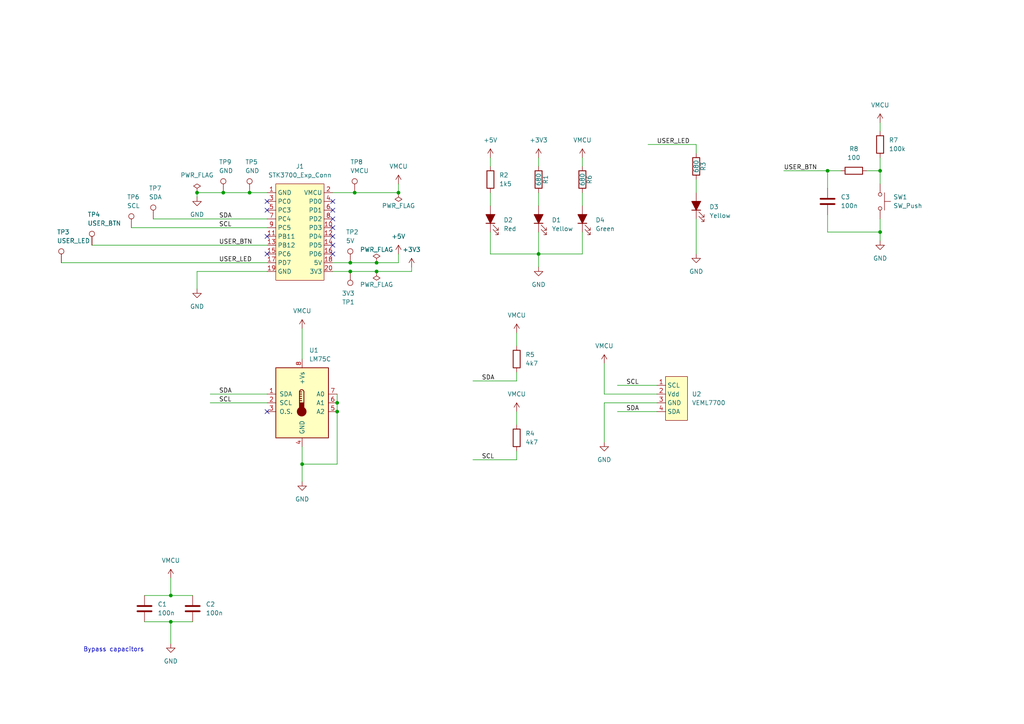
<source format=kicad_sch>
(kicad_sch (version 20211123) (generator eeschema)

  (uuid eadbd5b0-d686-45cb-91d2-4ea7a27bf3b3)

  (paper "A4")

  (title_block
    (title "NES Témalabor gyorstalpaló")
    (date "2022-09-21")
    (rev "1")
    (company "BME - MIT")
  )

  (lib_symbols
    (symbol "Connector:TestPoint" (pin_numbers hide) (pin_names (offset 0.762) hide) (in_bom yes) (on_board yes)
      (property "Reference" "TP" (id 0) (at 0 6.858 0)
        (effects (font (size 1.27 1.27)))
      )
      (property "Value" "TestPoint" (id 1) (at 0 5.08 0)
        (effects (font (size 1.27 1.27)))
      )
      (property "Footprint" "" (id 2) (at 5.08 0 0)
        (effects (font (size 1.27 1.27)) hide)
      )
      (property "Datasheet" "~" (id 3) (at 5.08 0 0)
        (effects (font (size 1.27 1.27)) hide)
      )
      (property "ki_keywords" "test point tp" (id 4) (at 0 0 0)
        (effects (font (size 1.27 1.27)) hide)
      )
      (property "ki_description" "test point" (id 5) (at 0 0 0)
        (effects (font (size 1.27 1.27)) hide)
      )
      (property "ki_fp_filters" "Pin* Test*" (id 6) (at 0 0 0)
        (effects (font (size 1.27 1.27)) hide)
      )
      (symbol "TestPoint_0_1"
        (circle (center 0 3.302) (radius 0.762)
          (stroke (width 0) (type default) (color 0 0 0 0))
          (fill (type none))
        )
      )
      (symbol "TestPoint_1_1"
        (pin passive line (at 0 0 90) (length 2.54)
          (name "1" (effects (font (size 1.27 1.27))))
          (number "1" (effects (font (size 1.27 1.27))))
        )
      )
    )
    (symbol "Device:C" (pin_numbers hide) (pin_names (offset 0.254)) (in_bom yes) (on_board yes)
      (property "Reference" "C" (id 0) (at 0.635 2.54 0)
        (effects (font (size 1.27 1.27)) (justify left))
      )
      (property "Value" "C" (id 1) (at 0.635 -2.54 0)
        (effects (font (size 1.27 1.27)) (justify left))
      )
      (property "Footprint" "" (id 2) (at 0.9652 -3.81 0)
        (effects (font (size 1.27 1.27)) hide)
      )
      (property "Datasheet" "~" (id 3) (at 0 0 0)
        (effects (font (size 1.27 1.27)) hide)
      )
      (property "ki_keywords" "cap capacitor" (id 4) (at 0 0 0)
        (effects (font (size 1.27 1.27)) hide)
      )
      (property "ki_description" "Unpolarized capacitor" (id 5) (at 0 0 0)
        (effects (font (size 1.27 1.27)) hide)
      )
      (property "ki_fp_filters" "C_*" (id 6) (at 0 0 0)
        (effects (font (size 1.27 1.27)) hide)
      )
      (symbol "C_0_1"
        (polyline
          (pts
            (xy -2.032 -0.762)
            (xy 2.032 -0.762)
          )
          (stroke (width 0.508) (type default) (color 0 0 0 0))
          (fill (type none))
        )
        (polyline
          (pts
            (xy -2.032 0.762)
            (xy 2.032 0.762)
          )
          (stroke (width 0.508) (type default) (color 0 0 0 0))
          (fill (type none))
        )
      )
      (symbol "C_1_1"
        (pin passive line (at 0 3.81 270) (length 2.794)
          (name "~" (effects (font (size 1.27 1.27))))
          (number "1" (effects (font (size 1.27 1.27))))
        )
        (pin passive line (at 0 -3.81 90) (length 2.794)
          (name "~" (effects (font (size 1.27 1.27))))
          (number "2" (effects (font (size 1.27 1.27))))
        )
      )
    )
    (symbol "Device:LED_Filled" (pin_numbers hide) (pin_names (offset 1.016) hide) (in_bom yes) (on_board yes)
      (property "Reference" "D" (id 0) (at 0 2.54 0)
        (effects (font (size 1.27 1.27)))
      )
      (property "Value" "LED_Filled" (id 1) (at 0 -2.54 0)
        (effects (font (size 1.27 1.27)))
      )
      (property "Footprint" "" (id 2) (at 0 0 0)
        (effects (font (size 1.27 1.27)) hide)
      )
      (property "Datasheet" "~" (id 3) (at 0 0 0)
        (effects (font (size 1.27 1.27)) hide)
      )
      (property "ki_keywords" "LED diode" (id 4) (at 0 0 0)
        (effects (font (size 1.27 1.27)) hide)
      )
      (property "ki_description" "Light emitting diode, filled shape" (id 5) (at 0 0 0)
        (effects (font (size 1.27 1.27)) hide)
      )
      (property "ki_fp_filters" "LED* LED_SMD:* LED_THT:*" (id 6) (at 0 0 0)
        (effects (font (size 1.27 1.27)) hide)
      )
      (symbol "LED_Filled_0_1"
        (polyline
          (pts
            (xy -1.27 -1.27)
            (xy -1.27 1.27)
          )
          (stroke (width 0.254) (type default) (color 0 0 0 0))
          (fill (type none))
        )
        (polyline
          (pts
            (xy -1.27 0)
            (xy 1.27 0)
          )
          (stroke (width 0) (type default) (color 0 0 0 0))
          (fill (type none))
        )
        (polyline
          (pts
            (xy 1.27 -1.27)
            (xy 1.27 1.27)
            (xy -1.27 0)
            (xy 1.27 -1.27)
          )
          (stroke (width 0.254) (type default) (color 0 0 0 0))
          (fill (type outline))
        )
        (polyline
          (pts
            (xy -3.048 -0.762)
            (xy -4.572 -2.286)
            (xy -3.81 -2.286)
            (xy -4.572 -2.286)
            (xy -4.572 -1.524)
          )
          (stroke (width 0) (type default) (color 0 0 0 0))
          (fill (type none))
        )
        (polyline
          (pts
            (xy -1.778 -0.762)
            (xy -3.302 -2.286)
            (xy -2.54 -2.286)
            (xy -3.302 -2.286)
            (xy -3.302 -1.524)
          )
          (stroke (width 0) (type default) (color 0 0 0 0))
          (fill (type none))
        )
      )
      (symbol "LED_Filled_1_1"
        (pin passive line (at -3.81 0 0) (length 2.54)
          (name "K" (effects (font (size 1.27 1.27))))
          (number "1" (effects (font (size 1.27 1.27))))
        )
        (pin passive line (at 3.81 0 180) (length 2.54)
          (name "A" (effects (font (size 1.27 1.27))))
          (number "2" (effects (font (size 1.27 1.27))))
        )
      )
    )
    (symbol "Device:R" (pin_numbers hide) (pin_names (offset 0)) (in_bom yes) (on_board yes)
      (property "Reference" "R" (id 0) (at 2.032 0 90)
        (effects (font (size 1.27 1.27)))
      )
      (property "Value" "R" (id 1) (at 0 0 90)
        (effects (font (size 1.27 1.27)))
      )
      (property "Footprint" "" (id 2) (at -1.778 0 90)
        (effects (font (size 1.27 1.27)) hide)
      )
      (property "Datasheet" "~" (id 3) (at 0 0 0)
        (effects (font (size 1.27 1.27)) hide)
      )
      (property "ki_keywords" "R res resistor" (id 4) (at 0 0 0)
        (effects (font (size 1.27 1.27)) hide)
      )
      (property "ki_description" "Resistor" (id 5) (at 0 0 0)
        (effects (font (size 1.27 1.27)) hide)
      )
      (property "ki_fp_filters" "R_*" (id 6) (at 0 0 0)
        (effects (font (size 1.27 1.27)) hide)
      )
      (symbol "R_0_1"
        (rectangle (start -1.016 -2.54) (end 1.016 2.54)
          (stroke (width 0.254) (type default) (color 0 0 0 0))
          (fill (type none))
        )
      )
      (symbol "R_1_1"
        (pin passive line (at 0 3.81 270) (length 1.27)
          (name "~" (effects (font (size 1.27 1.27))))
          (number "1" (effects (font (size 1.27 1.27))))
        )
        (pin passive line (at 0 -3.81 90) (length 1.27)
          (name "~" (effects (font (size 1.27 1.27))))
          (number "2" (effects (font (size 1.27 1.27))))
        )
      )
    )
    (symbol "STK3700_Expansion_board:STK3700_Exp_Conn" (in_bom yes) (on_board yes)
      (property "Reference" "J" (id 0) (at -6.35 13.97 0)
        (effects (font (size 1.27 1.27)))
      )
      (property "Value" "STK3700_Exp_Conn" (id 1) (at 0 -16.51 0)
        (effects (font (size 1.27 1.27)))
      )
      (property "Footprint" "" (id 2) (at 0 -24.13 0)
        (effects (font (size 1.27 1.27)) hide)
      )
      (property "Datasheet" "https://www.silabs.com/documents/public/user-guides/efm32gg-stk3700-ug.pdf" (id 3) (at 0 -20.32 0)
        (effects (font (size 1.27 1.27)) hide)
      )
      (symbol "STK3700_Exp_Conn_0_1"
        (rectangle (start -6.35 12.7) (end 7.62 -15.24)
          (stroke (width 0) (type default) (color 0 0 0 0))
          (fill (type background))
        )
      )
      (symbol "STK3700_Exp_Conn_1_1"
        (pin passive line (at -8.89 10.16 0) (length 2.54)
          (name "GND" (effects (font (size 1.27 1.27))))
          (number "1" (effects (font (size 1.27 1.27))))
        )
        (pin passive line (at 10.16 0 180) (length 2.54)
          (name "PD3" (effects (font (size 1.27 1.27))))
          (number "10" (effects (font (size 1.27 1.27))))
        )
        (pin passive line (at -8.89 -2.54 0) (length 2.54)
          (name "PB11" (effects (font (size 1.27 1.27))))
          (number "11" (effects (font (size 1.27 1.27))))
        )
        (pin passive line (at 10.16 -2.54 180) (length 2.54)
          (name "PD4" (effects (font (size 1.27 1.27))))
          (number "12" (effects (font (size 1.27 1.27))))
        )
        (pin passive line (at -8.89 -5.08 0) (length 2.54)
          (name "PB12" (effects (font (size 1.27 1.27))))
          (number "13" (effects (font (size 1.27 1.27))))
        )
        (pin passive line (at 10.16 -5.08 180) (length 2.54)
          (name "PD5" (effects (font (size 1.27 1.27))))
          (number "14" (effects (font (size 1.27 1.27))))
        )
        (pin passive line (at -8.89 -7.62 0) (length 2.54)
          (name "PC6" (effects (font (size 1.27 1.27))))
          (number "15" (effects (font (size 1.27 1.27))))
        )
        (pin passive line (at 10.16 -7.62 180) (length 2.54)
          (name "PD6" (effects (font (size 1.27 1.27))))
          (number "16" (effects (font (size 1.27 1.27))))
        )
        (pin passive line (at -8.89 -10.16 0) (length 2.54)
          (name "PD7" (effects (font (size 1.27 1.27))))
          (number "17" (effects (font (size 1.27 1.27))))
        )
        (pin passive line (at 10.16 -10.16 180) (length 2.54)
          (name "5V" (effects (font (size 1.27 1.27))))
          (number "18" (effects (font (size 1.27 1.27))))
        )
        (pin passive line (at -8.89 -12.7 0) (length 2.54)
          (name "GND" (effects (font (size 1.27 1.27))))
          (number "19" (effects (font (size 1.27 1.27))))
        )
        (pin passive line (at 10.16 10.16 180) (length 2.54)
          (name "VMCU" (effects (font (size 1.27 1.27))))
          (number "2" (effects (font (size 1.27 1.27))))
        )
        (pin passive line (at 10.16 -12.7 180) (length 2.54)
          (name "3V3" (effects (font (size 1.27 1.27))))
          (number "20" (effects (font (size 1.27 1.27))))
        )
        (pin passive line (at -8.89 7.62 0) (length 2.54)
          (name "PC0" (effects (font (size 1.27 1.27))))
          (number "3" (effects (font (size 1.27 1.27))))
        )
        (pin passive line (at 10.16 7.62 180) (length 2.54)
          (name "PD0" (effects (font (size 1.27 1.27))))
          (number "4" (effects (font (size 1.27 1.27))))
        )
        (pin passive line (at -8.89 5.08 0) (length 2.54)
          (name "PC3" (effects (font (size 1.27 1.27))))
          (number "5" (effects (font (size 1.27 1.27))))
        )
        (pin passive line (at 10.16 5.08 180) (length 2.54)
          (name "PD1" (effects (font (size 1.27 1.27))))
          (number "6" (effects (font (size 1.27 1.27))))
        )
        (pin passive line (at -8.89 2.54 0) (length 2.54)
          (name "PC4" (effects (font (size 1.27 1.27))))
          (number "7" (effects (font (size 1.27 1.27))))
        )
        (pin passive line (at 10.16 2.54 180) (length 2.54)
          (name "PD2" (effects (font (size 1.27 1.27))))
          (number "8" (effects (font (size 1.27 1.27))))
        )
        (pin passive line (at -8.89 0 0) (length 2.54)
          (name "PC5" (effects (font (size 1.27 1.27))))
          (number "9" (effects (font (size 1.27 1.27))))
        )
      )
    )
    (symbol "STK3700_Expansion_board:VEML7700" (in_bom yes) (on_board yes)
      (property "Reference" "U" (id 0) (at -2.54 7.62 0)
        (effects (font (size 1.27 1.27)))
      )
      (property "Value" "VEML7700" (id 1) (at 1.27 -7.62 0)
        (effects (font (size 1.27 1.27)))
      )
      (property "Footprint" "" (id 2) (at -1.27 -11.43 0)
        (effects (font (size 1.27 1.27)) hide)
      )
      (property "Datasheet" "https://www.vishay.com/docs/84286/veml7700.pdf" (id 3) (at -1.27 -11.43 0)
        (effects (font (size 1.27 1.27)) hide)
      )
      (symbol "VEML7700_0_1"
        (rectangle (start -2.54 6.35) (end 3.81 -6.35)
          (stroke (width 0) (type default) (color 0 0 0 0))
          (fill (type background))
        )
      )
      (symbol "VEML7700_1_1"
        (pin input line (at -5.08 3.81 0) (length 2.54)
          (name "SCL" (effects (font (size 1.27 1.27))))
          (number "1" (effects (font (size 1.27 1.27))))
        )
        (pin power_in line (at -5.08 1.27 0) (length 2.54)
          (name "Vdd" (effects (font (size 1.27 1.27))))
          (number "2" (effects (font (size 1.27 1.27))))
        )
        (pin power_in line (at -5.08 -1.27 0) (length 2.54)
          (name "GND" (effects (font (size 1.27 1.27))))
          (number "3" (effects (font (size 1.27 1.27))))
        )
        (pin open_collector line (at -5.08 -3.81 0) (length 2.54)
          (name "SDA" (effects (font (size 1.27 1.27))))
          (number "4" (effects (font (size 1.27 1.27))))
        )
      )
    )
    (symbol "STK3700_Expansion_board:VMCU" (power) (pin_names (offset 0)) (in_bom yes) (on_board yes)
      (property "Reference" "#PWR" (id 0) (at 0 -3.81 0)
        (effects (font (size 1.27 1.27)) hide)
      )
      (property "Value" "VMCU" (id 1) (at 0 3.556 0)
        (effects (font (size 1.27 1.27)))
      )
      (property "Footprint" "" (id 2) (at 0 0 0)
        (effects (font (size 1.27 1.27)) hide)
      )
      (property "Datasheet" "" (id 3) (at 0 0 0)
        (effects (font (size 1.27 1.27)) hide)
      )
      (property "ki_keywords" "power-flag" (id 4) (at 0 0 0)
        (effects (font (size 1.27 1.27)) hide)
      )
      (property "ki_description" "Power symbol creates a global label with name \"+5V\"" (id 5) (at 0 0 0)
        (effects (font (size 1.27 1.27)) hide)
      )
      (symbol "VMCU_0_1"
        (polyline
          (pts
            (xy -0.762 1.27)
            (xy 0 2.54)
          )
          (stroke (width 0) (type default) (color 0 0 0 0))
          (fill (type none))
        )
        (polyline
          (pts
            (xy 0 0)
            (xy 0 2.54)
          )
          (stroke (width 0) (type default) (color 0 0 0 0))
          (fill (type none))
        )
        (polyline
          (pts
            (xy 0 2.54)
            (xy 0.762 1.27)
          )
          (stroke (width 0) (type default) (color 0 0 0 0))
          (fill (type none))
        )
      )
      (symbol "VMCU_1_1"
        (pin power_in line (at 0 0 90) (length 0) hide
          (name "VMCU" (effects (font (size 1.27 1.27))))
          (number "1" (effects (font (size 1.27 1.27))))
        )
      )
    )
    (symbol "Sensor_Temperature:LM75C" (pin_names (offset 1.016)) (in_bom yes) (on_board yes)
      (property "Reference" "U" (id 0) (at -6.35 11.43 0)
        (effects (font (size 1.27 1.27)))
      )
      (property "Value" "LM75C" (id 1) (at 0 11.43 0)
        (effects (font (size 1.27 1.27)) (justify left))
      )
      (property "Footprint" "" (id 2) (at 0 0 0)
        (effects (font (size 1.27 1.27)) hide)
      )
      (property "Datasheet" "http://www.ti.com/lit/ds/symlink/lm75b.pdf" (id 3) (at 0 0 0)
        (effects (font (size 1.27 1.27)) hide)
      )
      (property "ki_keywords" "Temperature sensor" (id 4) (at 0 0 0)
        (effects (font (size 1.27 1.27)) hide)
      )
      (property "ki_description" " Digital Temperature Sensor & Thermal Watchdog, SOIC-8 and VSSOP-8" (id 5) (at 0 0 0)
        (effects (font (size 1.27 1.27)) hide)
      )
      (property "ki_fp_filters" "SOIC*3.9x4.9mm*P1.27mm* VSSOP*3.0x3.0mm*P0.65mm*" (id 6) (at 0 0 0)
        (effects (font (size 1.27 1.27)) hide)
      )
      (symbol "LM75C_0_1"
        (rectangle (start -7.62 10.16) (end 7.62 -10.16)
          (stroke (width 0.254) (type default) (color 0 0 0 0))
          (fill (type background))
        )
        (circle (center -0.127 -2.54) (radius 1.27)
          (stroke (width 0.254) (type default) (color 0 0 0 0))
          (fill (type outline))
        )
        (polyline
          (pts
            (xy -0.762 0.635)
            (xy -0.127 0.635)
          )
          (stroke (width 0.254) (type default) (color 0 0 0 0))
          (fill (type none))
        )
        (polyline
          (pts
            (xy -0.762 1.27)
            (xy -0.127 1.27)
          )
          (stroke (width 0.254) (type default) (color 0 0 0 0))
          (fill (type none))
        )
        (polyline
          (pts
            (xy -0.762 1.905)
            (xy -0.127 1.905)
          )
          (stroke (width 0.254) (type default) (color 0 0 0 0))
          (fill (type none))
        )
        (polyline
          (pts
            (xy -0.762 2.54)
            (xy -0.127 2.54)
          )
          (stroke (width 0.254) (type default) (color 0 0 0 0))
          (fill (type none))
        )
        (polyline
          (pts
            (xy -0.762 3.175)
            (xy -0.762 0)
          )
          (stroke (width 0.254) (type default) (color 0 0 0 0))
          (fill (type none))
        )
        (polyline
          (pts
            (xy -0.762 3.175)
            (xy -0.127 3.175)
          )
          (stroke (width 0.254) (type default) (color 0 0 0 0))
          (fill (type none))
        )
        (polyline
          (pts
            (xy 0.508 3.175)
            (xy 0.508 0)
          )
          (stroke (width 0.254) (type default) (color 0 0 0 0))
          (fill (type none))
        )
        (rectangle (start 0.508 -1.905) (end -0.762 0)
          (stroke (width 0.254) (type default) (color 0 0 0 0))
          (fill (type outline))
        )
        (arc (start 0.508 3.175) (mid -0.127 3.81) (end -0.762 3.175)
          (stroke (width 0.254) (type default) (color 0 0 0 0))
          (fill (type none))
        )
      )
      (symbol "LM75C_1_1"
        (pin bidirectional line (at -10.16 2.54 0) (length 2.54)
          (name "SDA" (effects (font (size 1.27 1.27))))
          (number "1" (effects (font (size 1.27 1.27))))
        )
        (pin input line (at -10.16 0 0) (length 2.54)
          (name "SCL" (effects (font (size 1.27 1.27))))
          (number "2" (effects (font (size 1.27 1.27))))
        )
        (pin open_collector line (at -10.16 -2.54 0) (length 2.54)
          (name "O.S." (effects (font (size 1.27 1.27))))
          (number "3" (effects (font (size 1.27 1.27))))
        )
        (pin power_in line (at 0 -12.7 90) (length 2.54)
          (name "GND" (effects (font (size 1.27 1.27))))
          (number "4" (effects (font (size 1.27 1.27))))
        )
        (pin input line (at 10.16 -2.54 180) (length 2.54)
          (name "A2" (effects (font (size 1.27 1.27))))
          (number "5" (effects (font (size 1.27 1.27))))
        )
        (pin input line (at 10.16 0 180) (length 2.54)
          (name "A1" (effects (font (size 1.27 1.27))))
          (number "6" (effects (font (size 1.27 1.27))))
        )
        (pin input line (at 10.16 2.54 180) (length 2.54)
          (name "A0" (effects (font (size 1.27 1.27))))
          (number "7" (effects (font (size 1.27 1.27))))
        )
        (pin power_in line (at 0 12.7 270) (length 2.54)
          (name "+Vs" (effects (font (size 1.27 1.27))))
          (number "8" (effects (font (size 1.27 1.27))))
        )
      )
    )
    (symbol "Switch:SW_Push" (pin_numbers hide) (pin_names (offset 1.016) hide) (in_bom yes) (on_board yes)
      (property "Reference" "SW" (id 0) (at 1.27 2.54 0)
        (effects (font (size 1.27 1.27)) (justify left))
      )
      (property "Value" "SW_Push" (id 1) (at 0 -1.524 0)
        (effects (font (size 1.27 1.27)))
      )
      (property "Footprint" "" (id 2) (at 0 5.08 0)
        (effects (font (size 1.27 1.27)) hide)
      )
      (property "Datasheet" "~" (id 3) (at 0 5.08 0)
        (effects (font (size 1.27 1.27)) hide)
      )
      (property "ki_keywords" "switch normally-open pushbutton push-button" (id 4) (at 0 0 0)
        (effects (font (size 1.27 1.27)) hide)
      )
      (property "ki_description" "Push button switch, generic, two pins" (id 5) (at 0 0 0)
        (effects (font (size 1.27 1.27)) hide)
      )
      (symbol "SW_Push_0_1"
        (circle (center -2.032 0) (radius 0.508)
          (stroke (width 0) (type default) (color 0 0 0 0))
          (fill (type none))
        )
        (polyline
          (pts
            (xy 0 1.27)
            (xy 0 3.048)
          )
          (stroke (width 0) (type default) (color 0 0 0 0))
          (fill (type none))
        )
        (polyline
          (pts
            (xy 2.54 1.27)
            (xy -2.54 1.27)
          )
          (stroke (width 0) (type default) (color 0 0 0 0))
          (fill (type none))
        )
        (circle (center 2.032 0) (radius 0.508)
          (stroke (width 0) (type default) (color 0 0 0 0))
          (fill (type none))
        )
        (pin passive line (at -5.08 0 0) (length 2.54)
          (name "1" (effects (font (size 1.27 1.27))))
          (number "1" (effects (font (size 1.27 1.27))))
        )
        (pin passive line (at 5.08 0 180) (length 2.54)
          (name "2" (effects (font (size 1.27 1.27))))
          (number "2" (effects (font (size 1.27 1.27))))
        )
      )
    )
    (symbol "power:+3V3" (power) (pin_names (offset 0)) (in_bom yes) (on_board yes)
      (property "Reference" "#PWR" (id 0) (at 0 -3.81 0)
        (effects (font (size 1.27 1.27)) hide)
      )
      (property "Value" "+3V3" (id 1) (at 0 3.556 0)
        (effects (font (size 1.27 1.27)))
      )
      (property "Footprint" "" (id 2) (at 0 0 0)
        (effects (font (size 1.27 1.27)) hide)
      )
      (property "Datasheet" "" (id 3) (at 0 0 0)
        (effects (font (size 1.27 1.27)) hide)
      )
      (property "ki_keywords" "power-flag" (id 4) (at 0 0 0)
        (effects (font (size 1.27 1.27)) hide)
      )
      (property "ki_description" "Power symbol creates a global label with name \"+3V3\"" (id 5) (at 0 0 0)
        (effects (font (size 1.27 1.27)) hide)
      )
      (symbol "+3V3_0_1"
        (polyline
          (pts
            (xy -0.762 1.27)
            (xy 0 2.54)
          )
          (stroke (width 0) (type default) (color 0 0 0 0))
          (fill (type none))
        )
        (polyline
          (pts
            (xy 0 0)
            (xy 0 2.54)
          )
          (stroke (width 0) (type default) (color 0 0 0 0))
          (fill (type none))
        )
        (polyline
          (pts
            (xy 0 2.54)
            (xy 0.762 1.27)
          )
          (stroke (width 0) (type default) (color 0 0 0 0))
          (fill (type none))
        )
      )
      (symbol "+3V3_1_1"
        (pin power_in line (at 0 0 90) (length 0) hide
          (name "+3V3" (effects (font (size 1.27 1.27))))
          (number "1" (effects (font (size 1.27 1.27))))
        )
      )
    )
    (symbol "power:+5V" (power) (pin_names (offset 0)) (in_bom yes) (on_board yes)
      (property "Reference" "#PWR" (id 0) (at 0 -3.81 0)
        (effects (font (size 1.27 1.27)) hide)
      )
      (property "Value" "+5V" (id 1) (at 0 3.556 0)
        (effects (font (size 1.27 1.27)))
      )
      (property "Footprint" "" (id 2) (at 0 0 0)
        (effects (font (size 1.27 1.27)) hide)
      )
      (property "Datasheet" "" (id 3) (at 0 0 0)
        (effects (font (size 1.27 1.27)) hide)
      )
      (property "ki_keywords" "power-flag" (id 4) (at 0 0 0)
        (effects (font (size 1.27 1.27)) hide)
      )
      (property "ki_description" "Power symbol creates a global label with name \"+5V\"" (id 5) (at 0 0 0)
        (effects (font (size 1.27 1.27)) hide)
      )
      (symbol "+5V_0_1"
        (polyline
          (pts
            (xy -0.762 1.27)
            (xy 0 2.54)
          )
          (stroke (width 0) (type default) (color 0 0 0 0))
          (fill (type none))
        )
        (polyline
          (pts
            (xy 0 0)
            (xy 0 2.54)
          )
          (stroke (width 0) (type default) (color 0 0 0 0))
          (fill (type none))
        )
        (polyline
          (pts
            (xy 0 2.54)
            (xy 0.762 1.27)
          )
          (stroke (width 0) (type default) (color 0 0 0 0))
          (fill (type none))
        )
      )
      (symbol "+5V_1_1"
        (pin power_in line (at 0 0 90) (length 0) hide
          (name "+5V" (effects (font (size 1.27 1.27))))
          (number "1" (effects (font (size 1.27 1.27))))
        )
      )
    )
    (symbol "power:GND" (power) (pin_names (offset 0)) (in_bom yes) (on_board yes)
      (property "Reference" "#PWR" (id 0) (at 0 -6.35 0)
        (effects (font (size 1.27 1.27)) hide)
      )
      (property "Value" "GND" (id 1) (at 0 -3.81 0)
        (effects (font (size 1.27 1.27)))
      )
      (property "Footprint" "" (id 2) (at 0 0 0)
        (effects (font (size 1.27 1.27)) hide)
      )
      (property "Datasheet" "" (id 3) (at 0 0 0)
        (effects (font (size 1.27 1.27)) hide)
      )
      (property "ki_keywords" "power-flag" (id 4) (at 0 0 0)
        (effects (font (size 1.27 1.27)) hide)
      )
      (property "ki_description" "Power symbol creates a global label with name \"GND\" , ground" (id 5) (at 0 0 0)
        (effects (font (size 1.27 1.27)) hide)
      )
      (symbol "GND_0_1"
        (polyline
          (pts
            (xy 0 0)
            (xy 0 -1.27)
            (xy 1.27 -1.27)
            (xy 0 -2.54)
            (xy -1.27 -1.27)
            (xy 0 -1.27)
          )
          (stroke (width 0) (type default) (color 0 0 0 0))
          (fill (type none))
        )
      )
      (symbol "GND_1_1"
        (pin power_in line (at 0 0 270) (length 0) hide
          (name "GND" (effects (font (size 1.27 1.27))))
          (number "1" (effects (font (size 1.27 1.27))))
        )
      )
    )
    (symbol "power:PWR_FLAG" (power) (pin_numbers hide) (pin_names (offset 0) hide) (in_bom yes) (on_board yes)
      (property "Reference" "#FLG" (id 0) (at 0 1.905 0)
        (effects (font (size 1.27 1.27)) hide)
      )
      (property "Value" "PWR_FLAG" (id 1) (at 0 3.81 0)
        (effects (font (size 1.27 1.27)))
      )
      (property "Footprint" "" (id 2) (at 0 0 0)
        (effects (font (size 1.27 1.27)) hide)
      )
      (property "Datasheet" "~" (id 3) (at 0 0 0)
        (effects (font (size 1.27 1.27)) hide)
      )
      (property "ki_keywords" "power-flag" (id 4) (at 0 0 0)
        (effects (font (size 1.27 1.27)) hide)
      )
      (property "ki_description" "Special symbol for telling ERC where power comes from" (id 5) (at 0 0 0)
        (effects (font (size 1.27 1.27)) hide)
      )
      (symbol "PWR_FLAG_0_0"
        (pin power_out line (at 0 0 90) (length 0)
          (name "pwr" (effects (font (size 1.27 1.27))))
          (number "1" (effects (font (size 1.27 1.27))))
        )
      )
      (symbol "PWR_FLAG_0_1"
        (polyline
          (pts
            (xy 0 0)
            (xy 0 1.27)
            (xy -1.016 1.905)
            (xy 0 2.54)
            (xy 1.016 1.905)
            (xy 0 1.27)
          )
          (stroke (width 0) (type default) (color 0 0 0 0))
          (fill (type none))
        )
      )
    )
  )

  (junction (at 102.87 55.88) (diameter 0) (color 0 0 0 0)
    (uuid 0bad40d2-4c0d-4c76-b5a4-2321b854f84b)
  )
  (junction (at 57.15 55.88) (diameter 0) (color 0 0 0 0)
    (uuid 24e741a8-c09a-4338-975a-33e66b584160)
  )
  (junction (at 49.53 180.34) (diameter 0) (color 0 0 0 0)
    (uuid 31cb78c1-4b27-46dc-af5c-f327197f2bb6)
  )
  (junction (at 109.22 78.74) (diameter 0) (color 0 0 0 0)
    (uuid 3564260c-7f4a-455a-8836-64b24adf0cde)
  )
  (junction (at 240.03 49.53) (diameter 0) (color 0 0 0 0)
    (uuid 53d10131-9222-4594-a6af-87f295e5da45)
  )
  (junction (at 72.39 55.88) (diameter 0) (color 0 0 0 0)
    (uuid 54194acc-514e-467a-99eb-812911b6d105)
  )
  (junction (at 97.79 119.38) (diameter 0) (color 0 0 0 0)
    (uuid 59797973-4ac8-4c68-b36d-8aaffda964f4)
  )
  (junction (at 156.21 73.66) (diameter 0) (color 0 0 0 0)
    (uuid 69685473-c036-4854-8b2c-aee5c447f9a4)
  )
  (junction (at 109.22 76.2) (diameter 0) (color 0 0 0 0)
    (uuid 71c170e8-ebf9-45fc-857e-ea1be12e6f27)
  )
  (junction (at 115.57 55.88) (diameter 0) (color 0 0 0 0)
    (uuid 78b2bbc1-11ae-4c42-b8d3-894e2bed393e)
  )
  (junction (at 64.77 55.88) (diameter 0) (color 0 0 0 0)
    (uuid 7d56fe12-619b-4b4b-a359-d97096311945)
  )
  (junction (at 101.6 76.2) (diameter 0) (color 0 0 0 0)
    (uuid acae5e0b-76ac-474a-a8bd-e8c9994bf34e)
  )
  (junction (at 101.6 78.74) (diameter 0) (color 0 0 0 0)
    (uuid bc5c8c9f-192c-414b-bd95-eb93463478d3)
  )
  (junction (at 255.27 49.53) (diameter 0) (color 0 0 0 0)
    (uuid c555c73a-a07e-488c-9363-1371fe93fb9b)
  )
  (junction (at 97.79 116.84) (diameter 0) (color 0 0 0 0)
    (uuid ca08e181-7295-4f0a-b0c6-1a220f4ad8ef)
  )
  (junction (at 255.27 67.31) (diameter 0) (color 0 0 0 0)
    (uuid e0a8c69a-f207-4c4e-9f94-1f28d457eef1)
  )
  (junction (at 49.53 172.72) (diameter 0) (color 0 0 0 0)
    (uuid ec1b3c19-b89d-474c-a052-7abbaf3c7eea)
  )
  (junction (at 87.63 134.62) (diameter 0) (color 0 0 0 0)
    (uuid f999f150-b5c1-4c0f-bdc5-610415d2cdcd)
  )

  (no_connect (at 77.47 119.38) (uuid 4586686d-4e85-481f-97ff-6911718c3136))
  (no_connect (at 96.52 63.5) (uuid 53e58597-94a6-4753-95f6-00c9b834496f))
  (no_connect (at 77.47 73.66) (uuid 7fb5d9a8-2c90-4f90-a537-a7bc679bdcce))
  (no_connect (at 77.47 58.42) (uuid 7fb5d9a8-2c90-4f90-a537-a7bc679bdccf))
  (no_connect (at 77.47 60.96) (uuid 7fb5d9a8-2c90-4f90-a537-a7bc679bdcd0))
  (no_connect (at 77.47 68.58) (uuid 7fb5d9a8-2c90-4f90-a537-a7bc679bdcd1))
  (no_connect (at 96.52 58.42) (uuid 7fb5d9a8-2c90-4f90-a537-a7bc679bdcd2))
  (no_connect (at 96.52 60.96) (uuid 7fb5d9a8-2c90-4f90-a537-a7bc679bdcd3))
  (no_connect (at 96.52 73.66) (uuid a8f925e0-5e83-4281-b937-c6493b15a0e7))
  (no_connect (at 96.52 71.12) (uuid b2cbf58c-4f69-4b40-991c-4bf09126dff4))
  (no_connect (at 96.52 68.58) (uuid bea32715-79dc-4ba3-91fb-3dc1eb11630d))
  (no_connect (at 96.52 66.04) (uuid ff60f180-dc67-40c3-b96e-70064a4b5d31))

  (wire (pts (xy 41.91 180.34) (xy 49.53 180.34))
    (stroke (width 0) (type default) (color 0 0 0 0))
    (uuid 02e285ab-8790-4d45-b946-447692b880a6)
  )
  (wire (pts (xy 49.53 180.34) (xy 55.88 180.34))
    (stroke (width 0) (type default) (color 0 0 0 0))
    (uuid 0399fb50-b29a-4f73-93df-884d12846a9f)
  )
  (wire (pts (xy 190.5 114.3) (xy 175.26 114.3))
    (stroke (width 0) (type default) (color 0 0 0 0))
    (uuid 03dd0417-7fa8-472f-8a02-38e470399053)
  )
  (wire (pts (xy 240.03 67.31) (xy 255.27 67.31))
    (stroke (width 0) (type default) (color 0 0 0 0))
    (uuid 143871bb-c5de-4a39-b379-94c2f2c59a58)
  )
  (wire (pts (xy 49.53 180.34) (xy 49.53 186.69))
    (stroke (width 0) (type default) (color 0 0 0 0))
    (uuid 168b2d50-828f-4fc4-bcc6-f774c2c62d27)
  )
  (wire (pts (xy 101.6 78.74) (xy 109.22 78.74))
    (stroke (width 0) (type default) (color 0 0 0 0))
    (uuid 1722ad3a-12ae-4bf9-94a2-1417353e5be7)
  )
  (wire (pts (xy 57.15 78.74) (xy 77.47 78.74))
    (stroke (width 0) (type default) (color 0 0 0 0))
    (uuid 181050d6-b95d-41a6-ae92-714bd56ff257)
  )
  (wire (pts (xy 251.46 49.53) (xy 255.27 49.53))
    (stroke (width 0) (type default) (color 0 0 0 0))
    (uuid 188d50da-b5c0-447b-82aa-da168397dc20)
  )
  (wire (pts (xy 168.91 67.31) (xy 168.91 73.66))
    (stroke (width 0) (type default) (color 0 0 0 0))
    (uuid 1d221f17-101b-43fe-866f-25111ca9c626)
  )
  (wire (pts (xy 156.21 67.31) (xy 156.21 73.66))
    (stroke (width 0) (type default) (color 0 0 0 0))
    (uuid 2169c9b8-ecb4-49ea-b57c-b24d1c42f564)
  )
  (wire (pts (xy 109.22 76.2) (xy 115.57 76.2))
    (stroke (width 0) (type default) (color 0 0 0 0))
    (uuid 22ee0099-07d6-44d8-8564-34fbac7dc291)
  )
  (wire (pts (xy 102.87 55.88) (xy 115.57 55.88))
    (stroke (width 0) (type default) (color 0 0 0 0))
    (uuid 247acd34-5429-4119-9ba2-4a7e1d15e49f)
  )
  (wire (pts (xy 87.63 95.25) (xy 87.63 104.14))
    (stroke (width 0) (type default) (color 0 0 0 0))
    (uuid 262394d6-2a1d-4dd9-8ebb-406d9e4cf47c)
  )
  (wire (pts (xy 57.15 55.88) (xy 64.77 55.88))
    (stroke (width 0) (type default) (color 0 0 0 0))
    (uuid 288ecb24-f8ba-40ec-9505-f571e17f85c0)
  )
  (wire (pts (xy 96.52 76.2) (xy 101.6 76.2))
    (stroke (width 0) (type default) (color 0 0 0 0))
    (uuid 2d9dc4d5-cda4-4af1-8976-86c2cf6caa16)
  )
  (wire (pts (xy 57.15 83.82) (xy 57.15 78.74))
    (stroke (width 0) (type default) (color 0 0 0 0))
    (uuid 340c2a7b-e8db-411e-8039-dc6ce978e93f)
  )
  (wire (pts (xy 96.52 55.88) (xy 102.87 55.88))
    (stroke (width 0) (type default) (color 0 0 0 0))
    (uuid 3c56d9ca-d04d-409b-b6c1-29cbf5d5a09c)
  )
  (wire (pts (xy 240.03 62.23) (xy 240.03 67.31))
    (stroke (width 0) (type default) (color 0 0 0 0))
    (uuid 3c5edae3-378a-4999-871d-43d49767f44b)
  )
  (wire (pts (xy 255.27 63.5) (xy 255.27 67.31))
    (stroke (width 0) (type default) (color 0 0 0 0))
    (uuid 3c61fdcf-1516-442a-ad25-791b7c977554)
  )
  (wire (pts (xy 60.96 116.84) (xy 77.47 116.84))
    (stroke (width 0) (type default) (color 0 0 0 0))
    (uuid 3d7df42a-19b8-43f9-b6f4-dc7a201024f8)
  )
  (wire (pts (xy 115.57 55.88) (xy 115.57 53.34))
    (stroke (width 0) (type default) (color 0 0 0 0))
    (uuid 4088eceb-3cf4-4b7c-887b-2025c3c8af89)
  )
  (wire (pts (xy 115.57 76.2) (xy 115.57 73.66))
    (stroke (width 0) (type default) (color 0 0 0 0))
    (uuid 40931975-78cf-4ea6-9343-77c476e70755)
  )
  (wire (pts (xy 227.33 49.53) (xy 240.03 49.53))
    (stroke (width 0) (type default) (color 0 0 0 0))
    (uuid 4438395a-d2eb-452c-b314-aae766e95e53)
  )
  (wire (pts (xy 175.26 114.3) (xy 175.26 105.41))
    (stroke (width 0) (type default) (color 0 0 0 0))
    (uuid 49e2d25d-b139-4bd2-89f3-6ff3292eb0ba)
  )
  (wire (pts (xy 49.53 167.64) (xy 49.53 172.72))
    (stroke (width 0) (type default) (color 0 0 0 0))
    (uuid 4d160166-a89b-4020-a7ed-a260b02a3e6b)
  )
  (wire (pts (xy 201.93 63.5) (xy 201.93 73.66))
    (stroke (width 0) (type default) (color 0 0 0 0))
    (uuid 5305fc21-5c3f-4a97-9664-69cf44d57807)
  )
  (wire (pts (xy 168.91 73.66) (xy 156.21 73.66))
    (stroke (width 0) (type default) (color 0 0 0 0))
    (uuid 56841459-5b3e-4232-8c13-06eb4a359004)
  )
  (wire (pts (xy 26.67 71.12) (xy 77.47 71.12))
    (stroke (width 0) (type default) (color 0 0 0 0))
    (uuid 58f51aff-cf3d-4099-8659-bf167312973e)
  )
  (wire (pts (xy 87.63 134.62) (xy 87.63 139.7))
    (stroke (width 0) (type default) (color 0 0 0 0))
    (uuid 5a80d050-ecc9-4dcb-b3c5-a7d5a93c9b89)
  )
  (wire (pts (xy 187.96 41.91) (xy 201.93 41.91))
    (stroke (width 0) (type default) (color 0 0 0 0))
    (uuid 5f291834-d013-4571-9854-04cbf8c9cc7f)
  )
  (wire (pts (xy 142.24 48.26) (xy 142.24 45.72))
    (stroke (width 0) (type default) (color 0 0 0 0))
    (uuid 630a32fe-d70f-4f17-b50e-7d74050f7d16)
  )
  (wire (pts (xy 97.79 114.3) (xy 97.79 116.84))
    (stroke (width 0) (type default) (color 0 0 0 0))
    (uuid 6768ecf6-7dfd-4ed7-abee-06446120af53)
  )
  (wire (pts (xy 96.52 78.74) (xy 101.6 78.74))
    (stroke (width 0) (type default) (color 0 0 0 0))
    (uuid 68c587e1-a3cc-4867-95e8-9701ea99cada)
  )
  (wire (pts (xy 175.26 116.84) (xy 190.5 116.84))
    (stroke (width 0) (type default) (color 0 0 0 0))
    (uuid 6fd4110f-bd68-4633-99fb-c85b5891de4d)
  )
  (wire (pts (xy 57.15 55.88) (xy 57.15 57.15))
    (stroke (width 0) (type default) (color 0 0 0 0))
    (uuid 74a833b2-d21c-42d3-8334-92c9841fae81)
  )
  (wire (pts (xy 156.21 55.88) (xy 156.21 59.69))
    (stroke (width 0) (type default) (color 0 0 0 0))
    (uuid 74e4e5ae-5ab7-453e-8395-981ac9fae477)
  )
  (wire (pts (xy 240.03 49.53) (xy 240.03 54.61))
    (stroke (width 0) (type default) (color 0 0 0 0))
    (uuid 755c6d9f-1fcf-4ced-a6bf-1ab2bc345377)
  )
  (wire (pts (xy 240.03 49.53) (xy 243.84 49.53))
    (stroke (width 0) (type default) (color 0 0 0 0))
    (uuid 77e2ae07-2397-4f32-af81-1cc3347559ca)
  )
  (wire (pts (xy 142.24 67.31) (xy 142.24 73.66))
    (stroke (width 0) (type default) (color 0 0 0 0))
    (uuid 7808b29f-9de8-419f-bc5e-0799dea43435)
  )
  (wire (pts (xy 255.27 45.72) (xy 255.27 49.53))
    (stroke (width 0) (type default) (color 0 0 0 0))
    (uuid 84356208-0b2a-4b16-8aa1-4452bca448e3)
  )
  (wire (pts (xy 97.79 116.84) (xy 97.79 119.38))
    (stroke (width 0) (type default) (color 0 0 0 0))
    (uuid 8f7ec440-79a2-4ed5-97da-ec380edbccf9)
  )
  (wire (pts (xy 255.27 49.53) (xy 255.27 53.34))
    (stroke (width 0) (type default) (color 0 0 0 0))
    (uuid 9277b61f-1bbc-4176-8e77-38b59eb23ba2)
  )
  (wire (pts (xy 119.38 78.74) (xy 119.38 77.47))
    (stroke (width 0) (type default) (color 0 0 0 0))
    (uuid 92c77669-8c7d-4d04-b4b4-557fc71dac78)
  )
  (wire (pts (xy 175.26 128.27) (xy 175.26 116.84))
    (stroke (width 0) (type default) (color 0 0 0 0))
    (uuid 987b9094-144f-4acc-94ea-5b9297e4e1d5)
  )
  (wire (pts (xy 109.22 78.74) (xy 119.38 78.74))
    (stroke (width 0) (type default) (color 0 0 0 0))
    (uuid 99506d80-4b94-44f2-a4f1-00ece1c5153c)
  )
  (wire (pts (xy 156.21 48.26) (xy 156.21 45.72))
    (stroke (width 0) (type default) (color 0 0 0 0))
    (uuid 9abd8a0c-9571-4d70-8e26-452b5b116ced)
  )
  (wire (pts (xy 179.07 111.76) (xy 190.5 111.76))
    (stroke (width 0) (type default) (color 0 0 0 0))
    (uuid 9b646c55-6ec4-410c-b1f9-0d4ccd54b23a)
  )
  (wire (pts (xy 255.27 67.31) (xy 255.27 69.85))
    (stroke (width 0) (type default) (color 0 0 0 0))
    (uuid 9e356af4-bc6d-4a2d-a41d-731b8014f4e7)
  )
  (wire (pts (xy 17.78 76.2) (xy 77.47 76.2))
    (stroke (width 0) (type default) (color 0 0 0 0))
    (uuid a825bb7d-c86b-49b5-84f5-d3a4e3ff8180)
  )
  (wire (pts (xy 101.6 76.2) (xy 109.22 76.2))
    (stroke (width 0) (type default) (color 0 0 0 0))
    (uuid acc2a7ad-7e31-4864-9c32-d726b89cbca5)
  )
  (wire (pts (xy 149.86 110.49) (xy 149.86 107.95))
    (stroke (width 0) (type default) (color 0 0 0 0))
    (uuid b2013514-5161-4122-a919-86158327eb35)
  )
  (wire (pts (xy 38.1 66.04) (xy 77.47 66.04))
    (stroke (width 0) (type default) (color 0 0 0 0))
    (uuid b2c85153-022d-4e7b-97c5-8d391629e25c)
  )
  (wire (pts (xy 64.77 55.88) (xy 72.39 55.88))
    (stroke (width 0) (type default) (color 0 0 0 0))
    (uuid b48ca044-76bb-404d-b2b8-dff460908499)
  )
  (wire (pts (xy 201.93 52.07) (xy 201.93 55.88))
    (stroke (width 0) (type default) (color 0 0 0 0))
    (uuid b8728275-9e32-4a87-adc0-bf4130c5ad41)
  )
  (wire (pts (xy 149.86 96.52) (xy 149.86 100.33))
    (stroke (width 0) (type default) (color 0 0 0 0))
    (uuid bb385f42-ef34-4bc0-b76e-b53b113b5192)
  )
  (wire (pts (xy 156.21 73.66) (xy 156.21 77.47))
    (stroke (width 0) (type default) (color 0 0 0 0))
    (uuid bcf8d5c3-e634-437a-b6e7-eff46d874317)
  )
  (wire (pts (xy 255.27 35.56) (xy 255.27 38.1))
    (stroke (width 0) (type default) (color 0 0 0 0))
    (uuid c28eb3f5-7bfa-4661-bc53-f926b4c8df8b)
  )
  (wire (pts (xy 44.45 63.5) (xy 77.47 63.5))
    (stroke (width 0) (type default) (color 0 0 0 0))
    (uuid c4b55cf7-7c11-4f50-aa28-56ff41bbd35b)
  )
  (wire (pts (xy 137.16 110.49) (xy 149.86 110.49))
    (stroke (width 0) (type default) (color 0 0 0 0))
    (uuid c6b6bec8-c5d6-49c0-a027-a7f403522a15)
  )
  (wire (pts (xy 49.53 172.72) (xy 55.88 172.72))
    (stroke (width 0) (type default) (color 0 0 0 0))
    (uuid c8583f34-7729-4951-982e-789e0a2e042a)
  )
  (wire (pts (xy 72.39 55.88) (xy 77.47 55.88))
    (stroke (width 0) (type default) (color 0 0 0 0))
    (uuid cacbadca-beaf-4157-9b03-147639d874ed)
  )
  (wire (pts (xy 41.91 172.72) (xy 49.53 172.72))
    (stroke (width 0) (type default) (color 0 0 0 0))
    (uuid cc93e22c-4137-45f6-a7c1-f3c3ca288985)
  )
  (wire (pts (xy 201.93 44.45) (xy 201.93 41.91))
    (stroke (width 0) (type default) (color 0 0 0 0))
    (uuid d3fd9c67-c352-4857-a9aa-19783cffd0e5)
  )
  (wire (pts (xy 137.16 133.35) (xy 149.86 133.35))
    (stroke (width 0) (type default) (color 0 0 0 0))
    (uuid df4c08e8-ca1e-43f0-b983-e5b03a4ebd42)
  )
  (wire (pts (xy 87.63 129.54) (xy 87.63 134.62))
    (stroke (width 0) (type default) (color 0 0 0 0))
    (uuid e25858bd-0f18-4df3-b3d6-ffcfecee8967)
  )
  (wire (pts (xy 168.91 48.26) (xy 168.91 45.72))
    (stroke (width 0) (type default) (color 0 0 0 0))
    (uuid e2a47655-2644-449a-b43f-490aba6cf50c)
  )
  (wire (pts (xy 142.24 55.88) (xy 142.24 59.69))
    (stroke (width 0) (type default) (color 0 0 0 0))
    (uuid e34326ee-acbc-4136-a24b-a52e6806a327)
  )
  (wire (pts (xy 149.86 119.38) (xy 149.86 123.19))
    (stroke (width 0) (type default) (color 0 0 0 0))
    (uuid e5a2f602-51ce-4aec-b1a2-3190a4702006)
  )
  (wire (pts (xy 149.86 133.35) (xy 149.86 130.81))
    (stroke (width 0) (type default) (color 0 0 0 0))
    (uuid eb4df4e2-ff17-44df-99bb-17afa135d9c6)
  )
  (wire (pts (xy 97.79 119.38) (xy 97.79 134.62))
    (stroke (width 0) (type default) (color 0 0 0 0))
    (uuid f1e8df6d-7665-4939-a676-780a2aba2600)
  )
  (wire (pts (xy 97.79 134.62) (xy 87.63 134.62))
    (stroke (width 0) (type default) (color 0 0 0 0))
    (uuid f240fbd0-2d9c-4ec3-852a-210abbfa9a7f)
  )
  (wire (pts (xy 60.96 114.3) (xy 77.47 114.3))
    (stroke (width 0) (type default) (color 0 0 0 0))
    (uuid f34b6c79-23ec-4c82-b40b-9b18ae88a775)
  )
  (wire (pts (xy 179.07 119.38) (xy 190.5 119.38))
    (stroke (width 0) (type default) (color 0 0 0 0))
    (uuid f68fac8d-6463-4392-a2e1-243a7b2de05a)
  )
  (wire (pts (xy 142.24 73.66) (xy 156.21 73.66))
    (stroke (width 0) (type default) (color 0 0 0 0))
    (uuid fa160d12-5e10-48c3-ad0d-4c556218b8f1)
  )
  (wire (pts (xy 168.91 55.88) (xy 168.91 59.69))
    (stroke (width 0) (type default) (color 0 0 0 0))
    (uuid ff601d2d-b8f3-4e7e-9e7d-55790d62c045)
  )

  (text "Bypass capacitors" (at 24.13 189.23 0)
    (effects (font (size 1.27 1.27)) (justify left bottom))
    (uuid ee043d4d-04f2-45f1-a61b-851a34845290)
  )

  (label "USER_LED" (at 190.5 41.91 0)
    (effects (font (size 1.27 1.27)) (justify left bottom))
    (uuid 0421afdc-8056-4c12-bddd-658d2ea7cd2b)
  )
  (label "SDA" (at 139.7 110.49 0)
    (effects (font (size 1.27 1.27)) (justify left bottom))
    (uuid 1b398a3a-ecf1-42c7-a3bd-048430fd67d1)
  )
  (label "USER_BTN" (at 227.33 49.53 0)
    (effects (font (size 1.27 1.27)) (justify left bottom))
    (uuid 4ced731c-221a-4692-acce-eae1e0bd1be3)
  )
  (label "USER_BTN" (at 63.5 71.12 0)
    (effects (font (size 1.27 1.27)) (justify left bottom))
    (uuid 581ec8b7-7862-4da6-be14-111b6fcf8f7e)
  )
  (label "SCL" (at 63.5 116.84 0)
    (effects (font (size 1.27 1.27)) (justify left bottom))
    (uuid 59e360e4-cad0-47f2-afdd-2b2d511db7ce)
  )
  (label "SDA" (at 63.5 63.5 0)
    (effects (font (size 1.27 1.27)) (justify left bottom))
    (uuid 637e6e9c-f7ec-4d1b-8e24-aec07e1d6c60)
  )
  (label "SDA" (at 181.61 119.38 0)
    (effects (font (size 1.27 1.27)) (justify left bottom))
    (uuid 65b83a17-2f57-43b4-bfc9-dcffc25edafd)
  )
  (label "SCL" (at 63.5 66.04 0)
    (effects (font (size 1.27 1.27)) (justify left bottom))
    (uuid 96efaa94-e031-42f3-8f43-2136d992a932)
  )
  (label "SDA" (at 63.5 114.3 0)
    (effects (font (size 1.27 1.27)) (justify left bottom))
    (uuid a9853731-2a90-4817-8e72-e8fe7e4efb26)
  )
  (label "USER_LED" (at 63.5 76.2 0)
    (effects (font (size 1.27 1.27)) (justify left bottom))
    (uuid c2880450-61d2-41bd-a452-fb2a684557c6)
  )
  (label "SCL" (at 139.7 133.35 0)
    (effects (font (size 1.27 1.27)) (justify left bottom))
    (uuid d0e532f7-55c3-4c92-8224-d7d0fb80de2e)
  )
  (label "SCL" (at 181.61 111.76 0)
    (effects (font (size 1.27 1.27)) (justify left bottom))
    (uuid d111c16a-bbfc-40e0-ae70-3f843d54e318)
  )

  (symbol (lib_id "Device:R") (at 247.65 49.53 90) (unit 1)
    (in_bom yes) (on_board yes) (fields_autoplaced)
    (uuid 13c64739-ef65-4270-90e2-200f541ba894)
    (property "Reference" "R8" (id 0) (at 247.65 43.18 90))
    (property "Value" "100" (id 1) (at 247.65 45.72 90))
    (property "Footprint" "Resistor_SMD:R_0805_2012Metric_Pad1.20x1.40mm_HandSolder" (id 2) (at 247.65 51.308 90)
      (effects (font (size 1.27 1.27)) hide)
    )
    (property "Datasheet" "~" (id 3) (at 247.65 49.53 0)
      (effects (font (size 1.27 1.27)) hide)
    )
    (pin "1" (uuid 06b0410c-6b06-4415-8744-1bdeafb0b3b3))
    (pin "2" (uuid 5524d6cd-0b7c-45aa-997f-4025d1309627))
  )

  (symbol (lib_id "Device:C") (at 41.91 176.53 0) (unit 1)
    (in_bom yes) (on_board yes) (fields_autoplaced)
    (uuid 1716b559-ccf0-4527-a6ea-2843a619f719)
    (property "Reference" "C1" (id 0) (at 45.72 175.2599 0)
      (effects (font (size 1.27 1.27)) (justify left))
    )
    (property "Value" "100n" (id 1) (at 45.72 177.7999 0)
      (effects (font (size 1.27 1.27)) (justify left))
    )
    (property "Footprint" "Capacitor_SMD:C_0603_1608Metric_Pad1.08x0.95mm_HandSolder" (id 2) (at 42.8752 180.34 0)
      (effects (font (size 1.27 1.27)) hide)
    )
    (property "Datasheet" "~" (id 3) (at 41.91 176.53 0)
      (effects (font (size 1.27 1.27)) hide)
    )
    (pin "1" (uuid fc620484-a640-4111-9e96-776c1c3b59b5))
    (pin "2" (uuid 0effa84e-709a-405a-9d37-858d376c9f87))
  )

  (symbol (lib_id "power:GND") (at 49.53 186.69 0) (unit 1)
    (in_bom yes) (on_board yes) (fields_autoplaced)
    (uuid 17c9f765-3a18-4b00-80ee-5193cc342dbc)
    (property "Reference" "#PWR020" (id 0) (at 49.53 193.04 0)
      (effects (font (size 1.27 1.27)) hide)
    )
    (property "Value" "GND" (id 1) (at 49.53 191.77 0))
    (property "Footprint" "" (id 2) (at 49.53 186.69 0)
      (effects (font (size 1.27 1.27)) hide)
    )
    (property "Datasheet" "" (id 3) (at 49.53 186.69 0)
      (effects (font (size 1.27 1.27)) hide)
    )
    (pin "1" (uuid 29052b78-372c-4a4d-b5f3-0d0dd3173b2d))
  )

  (symbol (lib_id "Device:LED_Filled") (at 142.24 63.5 90) (unit 1)
    (in_bom yes) (on_board yes) (fields_autoplaced)
    (uuid 19dc3084-5569-4cfb-bfcf-fbac3454eaa6)
    (property "Reference" "D2" (id 0) (at 146.05 63.8174 90)
      (effects (font (size 1.27 1.27)) (justify right))
    )
    (property "Value" "Red" (id 1) (at 146.05 66.3574 90)
      (effects (font (size 1.27 1.27)) (justify right))
    )
    (property "Footprint" "LED_SMD:LED_0805_2012Metric_Pad1.15x1.40mm_HandSolder" (id 2) (at 142.24 63.5 0)
      (effects (font (size 1.27 1.27)) hide)
    )
    (property "Datasheet" "~" (id 3) (at 142.24 63.5 0)
      (effects (font (size 1.27 1.27)) hide)
    )
    (pin "1" (uuid b732a0a7-4895-4816-b1b8-6a67e96d21ce))
    (pin "2" (uuid 44a6fb97-79ad-490a-9182-4781931fd2bb))
  )

  (symbol (lib_id "Device:R") (at 142.24 52.07 0) (unit 1)
    (in_bom yes) (on_board yes) (fields_autoplaced)
    (uuid 2c7d9167-3f73-409c-b6fe-51f386132830)
    (property "Reference" "R2" (id 0) (at 144.78 50.7999 0)
      (effects (font (size 1.27 1.27)) (justify left))
    )
    (property "Value" "1k5" (id 1) (at 144.78 53.3399 0)
      (effects (font (size 1.27 1.27)) (justify left))
    )
    (property "Footprint" "Resistor_SMD:R_0805_2012Metric_Pad1.20x1.40mm_HandSolder" (id 2) (at 140.462 52.07 90)
      (effects (font (size 1.27 1.27)) hide)
    )
    (property "Datasheet" "~" (id 3) (at 142.24 52.07 0)
      (effects (font (size 1.27 1.27)) hide)
    )
    (pin "1" (uuid 1467c8ca-dfce-4574-9c98-e91cfddbd753))
    (pin "2" (uuid a9dfba0f-0d60-4134-90f2-15d56f9cdb33))
  )

  (symbol (lib_id "Connector:TestPoint") (at 102.87 55.88 0) (unit 1)
    (in_bom yes) (on_board yes)
    (uuid 3140578d-439d-4618-8160-c949577b7750)
    (property "Reference" "TP8" (id 0) (at 101.6 46.99 0)
      (effects (font (size 1.27 1.27)) (justify left))
    )
    (property "Value" "VMCU" (id 1) (at 101.6 49.53 0)
      (effects (font (size 1.27 1.27)) (justify left))
    )
    (property "Footprint" "TestPoint:TestPoint_THTPad_D1.5mm_Drill0.7mm" (id 2) (at 107.95 55.88 0)
      (effects (font (size 1.27 1.27)) hide)
    )
    (property "Datasheet" "~" (id 3) (at 107.95 55.88 0)
      (effects (font (size 1.27 1.27)) hide)
    )
    (pin "1" (uuid 868d3623-f81b-45ae-91a7-b6c085a3c684))
  )

  (symbol (lib_id "power:GND") (at 175.26 128.27 0) (unit 1)
    (in_bom yes) (on_board yes) (fields_autoplaced)
    (uuid 4145e02b-1fb8-45e7-8b7b-43586c1327cb)
    (property "Reference" "#PWR017" (id 0) (at 175.26 134.62 0)
      (effects (font (size 1.27 1.27)) hide)
    )
    (property "Value" "GND" (id 1) (at 175.26 133.35 0))
    (property "Footprint" "" (id 2) (at 175.26 128.27 0)
      (effects (font (size 1.27 1.27)) hide)
    )
    (property "Datasheet" "" (id 3) (at 175.26 128.27 0)
      (effects (font (size 1.27 1.27)) hide)
    )
    (pin "1" (uuid 3e687d3b-2a1e-4b33-a425-ee0dc3c48ebb))
  )

  (symbol (lib_id "Connector:TestPoint") (at 26.67 71.12 0) (unit 1)
    (in_bom yes) (on_board yes)
    (uuid 500ac585-6976-4fb8-bdb6-e8cd8d4f58b9)
    (property "Reference" "TP4" (id 0) (at 25.4 62.23 0)
      (effects (font (size 1.27 1.27)) (justify left))
    )
    (property "Value" "USER_BTN" (id 1) (at 25.4 64.77 0)
      (effects (font (size 1.27 1.27)) (justify left))
    )
    (property "Footprint" "TestPoint:TestPoint_THTPad_D1.5mm_Drill0.7mm" (id 2) (at 31.75 71.12 0)
      (effects (font (size 1.27 1.27)) hide)
    )
    (property "Datasheet" "~" (id 3) (at 31.75 71.12 0)
      (effects (font (size 1.27 1.27)) hide)
    )
    (pin "1" (uuid 9b7e0de9-7e64-4799-924c-6e193501a672))
  )

  (symbol (lib_id "power:GND") (at 156.21 77.47 0) (unit 1)
    (in_bom yes) (on_board yes) (fields_autoplaced)
    (uuid 568a686e-79ab-45a5-9bab-c62957ffeb50)
    (property "Reference" "#PWR011" (id 0) (at 156.21 83.82 0)
      (effects (font (size 1.27 1.27)) hide)
    )
    (property "Value" "GND" (id 1) (at 156.21 82.55 0))
    (property "Footprint" "" (id 2) (at 156.21 77.47 0)
      (effects (font (size 1.27 1.27)) hide)
    )
    (property "Datasheet" "" (id 3) (at 156.21 77.47 0)
      (effects (font (size 1.27 1.27)) hide)
    )
    (pin "1" (uuid a51dfa8e-8ea3-4d15-9247-dd4f94ee0b59))
  )

  (symbol (lib_id "Device:LED_Filled") (at 156.21 63.5 90) (unit 1)
    (in_bom yes) (on_board yes) (fields_autoplaced)
    (uuid 61fd1615-9d98-40b7-a556-83fc1e24be15)
    (property "Reference" "D1" (id 0) (at 160.02 63.8174 90)
      (effects (font (size 1.27 1.27)) (justify right))
    )
    (property "Value" "Yellow" (id 1) (at 160.02 66.3574 90)
      (effects (font (size 1.27 1.27)) (justify right))
    )
    (property "Footprint" "LED_SMD:LED_0805_2012Metric_Pad1.15x1.40mm_HandSolder" (id 2) (at 156.21 63.5 0)
      (effects (font (size 1.27 1.27)) hide)
    )
    (property "Datasheet" "~" (id 3) (at 156.21 63.5 0)
      (effects (font (size 1.27 1.27)) hide)
    )
    (pin "1" (uuid 9c40964b-ce16-4572-b2eb-0b4b6f873aec))
    (pin "2" (uuid 505ff4c9-9fef-4326-8c5f-6f98af2649b1))
  )

  (symbol (lib_id "Connector:TestPoint") (at 101.6 78.74 180) (unit 1)
    (in_bom yes) (on_board yes)
    (uuid 64a04f0e-a458-483a-8c09-b776f47b2157)
    (property "Reference" "TP1" (id 0) (at 102.87 87.63 0)
      (effects (font (size 1.27 1.27)) (justify left))
    )
    (property "Value" "3V3" (id 1) (at 102.87 85.09 0)
      (effects (font (size 1.27 1.27)) (justify left))
    )
    (property "Footprint" "TestPoint:TestPoint_THTPad_D1.5mm_Drill0.7mm" (id 2) (at 96.52 78.74 0)
      (effects (font (size 1.27 1.27)) hide)
    )
    (property "Datasheet" "~" (id 3) (at 96.52 78.74 0)
      (effects (font (size 1.27 1.27)) hide)
    )
    (pin "1" (uuid 0d8d47e7-6847-491d-90cf-8a323b7c336d))
  )

  (symbol (lib_id "Connector:TestPoint") (at 72.39 55.88 0) (unit 1)
    (in_bom yes) (on_board yes)
    (uuid 65944774-070b-4f0d-9d13-f1dd11d2ba56)
    (property "Reference" "TP5" (id 0) (at 71.12 46.99 0)
      (effects (font (size 1.27 1.27)) (justify left))
    )
    (property "Value" "GND" (id 1) (at 71.12 49.53 0)
      (effects (font (size 1.27 1.27)) (justify left))
    )
    (property "Footprint" "TestPoint:TestPoint_THTPad_D2.0mm_Drill1.0mm" (id 2) (at 77.47 55.88 0)
      (effects (font (size 1.27 1.27)) hide)
    )
    (property "Datasheet" "~" (id 3) (at 77.47 55.88 0)
      (effects (font (size 1.27 1.27)) hide)
    )
    (pin "1" (uuid 6dc81f72-a049-4210-8784-70c1687d786d))
  )

  (symbol (lib_id "Sensor_Temperature:LM75C") (at 87.63 116.84 0) (unit 1)
    (in_bom yes) (on_board yes) (fields_autoplaced)
    (uuid 6ef7635f-6bb8-4962-aaaf-7c978698760c)
    (property "Reference" "U1" (id 0) (at 89.6494 101.6 0)
      (effects (font (size 1.27 1.27)) (justify left))
    )
    (property "Value" "LM75C" (id 1) (at 89.6494 104.14 0)
      (effects (font (size 1.27 1.27)) (justify left))
    )
    (property "Footprint" "Package_SO:SO-8_3.9x4.9mm_P1.27mm" (id 2) (at 87.63 116.84 0)
      (effects (font (size 1.27 1.27)) hide)
    )
    (property "Datasheet" "http://www.ti.com/lit/ds/symlink/lm75b.pdf" (id 3) (at 87.63 116.84 0)
      (effects (font (size 1.27 1.27)) hide)
    )
    (pin "1" (uuid 4e0a577c-ebdd-48b3-afeb-00a4776caa63))
    (pin "2" (uuid a547b5ee-e318-4eeb-ba7a-e49fc713292e))
    (pin "3" (uuid 2a2a4d79-d9f8-445f-917b-9d79ad17f128))
    (pin "4" (uuid 266c3148-e34b-42ea-84f8-c07b077d3080))
    (pin "5" (uuid 8d85f3ee-6d54-4347-83b8-5f93236d4dca))
    (pin "6" (uuid d74bca45-c30f-4216-be01-c5446f78a7a5))
    (pin "7" (uuid 2ba3d2cf-10f2-4097-9526-1e8333473288))
    (pin "8" (uuid 035cf724-9286-4da8-9e47-7364fa4c8af3))
  )

  (symbol (lib_id "STK3700_Expansion_board:STK3700_Exp_Conn") (at 86.36 66.04 0) (unit 1)
    (in_bom yes) (on_board yes) (fields_autoplaced)
    (uuid 702e0ace-9dbb-415d-8e57-2fcffb2d6f13)
    (property "Reference" "J1" (id 0) (at 86.995 48.26 0))
    (property "Value" "STK3700_Exp_Conn" (id 1) (at 86.995 50.8 0))
    (property "Footprint" "STK3700_Expansion_board:PinSocket_2x10_P2.54mm_Horizontal_Reversed" (id 2) (at 86.36 90.17 0)
      (effects (font (size 1.27 1.27)) hide)
    )
    (property "Datasheet" "https://www.silabs.com/documents/public/user-guides/efm32gg-stk3700-ug.pdf" (id 3) (at 86.36 86.36 0)
      (effects (font (size 1.27 1.27)) hide)
    )
    (pin "1" (uuid 0067f59b-f4a5-4a49-b993-63b8bcf72275))
    (pin "10" (uuid 093c1be8-9861-4b28-a3d9-ed424a415fa1))
    (pin "11" (uuid ea0b5a0a-60c2-4075-b294-0fe54af2fb79))
    (pin "12" (uuid 42c4184a-ab25-440f-918a-38552c91c9c2))
    (pin "13" (uuid a8739e7a-097c-479e-b483-6b49151f022b))
    (pin "14" (uuid f3976d15-94e5-4b0f-8152-79815918839d))
    (pin "15" (uuid 04459546-3f62-47fa-b5c4-3c4460625988))
    (pin "16" (uuid bba32d9a-b325-46b2-a436-617937d6c9f6))
    (pin "17" (uuid 2b37fbb2-6bff-419e-ad18-21fc376d280b))
    (pin "18" (uuid e830fb89-8010-47d4-b7c3-9b3a21cb9a69))
    (pin "19" (uuid f0049b17-b813-4cc0-b0d4-1b2482c7bd42))
    (pin "2" (uuid 2cdd1df9-806b-4e6f-9017-56dae7ce1625))
    (pin "20" (uuid ba2dbe3c-43f5-4507-b7a6-475550a8ecd6))
    (pin "3" (uuid 2931e615-194d-4ef7-9de5-399baac2a144))
    (pin "4" (uuid 570d7812-7371-40a5-83c3-3220c7483d86))
    (pin "5" (uuid c0fff0f5-77b8-4ddf-a2bb-4c9cf9f69449))
    (pin "6" (uuid 22ae6752-e137-4577-8759-0eca9c6337b1))
    (pin "7" (uuid 8ebeb2e5-fddc-4ade-80a4-d6c2e667aa8b))
    (pin "8" (uuid d23255fa-d4e4-4915-a55c-aaa849a3a030))
    (pin "9" (uuid 3233c563-5d84-4dd7-abe6-378cfb7fbf4c))
  )

  (symbol (lib_id "STK3700_Expansion_board:VMCU") (at 115.57 53.34 0) (unit 1)
    (in_bom yes) (on_board yes) (fields_autoplaced)
    (uuid 760f6b8f-eea1-4d1a-a655-921ea5b0f112)
    (property "Reference" "#PWR05" (id 0) (at 115.57 57.15 0)
      (effects (font (size 1.27 1.27)) hide)
    )
    (property "Value" "VMCU" (id 1) (at 115.57 48.26 0))
    (property "Footprint" "" (id 2) (at 115.57 53.34 0)
      (effects (font (size 1.27 1.27)) hide)
    )
    (property "Datasheet" "" (id 3) (at 115.57 53.34 0)
      (effects (font (size 1.27 1.27)) hide)
    )
    (pin "1" (uuid a58e6217-2662-4dc9-8eb6-100e6a1c9cd2))
  )

  (symbol (lib_id "Device:R") (at 149.86 127 0) (unit 1)
    (in_bom yes) (on_board yes) (fields_autoplaced)
    (uuid 7ad76285-7e14-4b3a-a7fd-6eabfe253ce7)
    (property "Reference" "R4" (id 0) (at 152.4 125.7299 0)
      (effects (font (size 1.27 1.27)) (justify left))
    )
    (property "Value" "4k7" (id 1) (at 152.4 128.2699 0)
      (effects (font (size 1.27 1.27)) (justify left))
    )
    (property "Footprint" "Resistor_SMD:R_0805_2012Metric_Pad1.20x1.40mm_HandSolder" (id 2) (at 148.082 127 90)
      (effects (font (size 1.27 1.27)) hide)
    )
    (property "Datasheet" "~" (id 3) (at 149.86 127 0)
      (effects (font (size 1.27 1.27)) hide)
    )
    (pin "1" (uuid c7993c83-448c-4c28-89d4-eed5b47c7794))
    (pin "2" (uuid a926c378-a0d9-4029-b3f7-62f9ab812767))
  )

  (symbol (lib_id "Device:C") (at 55.88 176.53 0) (unit 1)
    (in_bom yes) (on_board yes) (fields_autoplaced)
    (uuid 7f2e27cb-6298-46e7-883c-e5840560ea74)
    (property "Reference" "C2" (id 0) (at 59.69 175.2599 0)
      (effects (font (size 1.27 1.27)) (justify left))
    )
    (property "Value" "100n" (id 1) (at 59.69 177.7999 0)
      (effects (font (size 1.27 1.27)) (justify left))
    )
    (property "Footprint" "Capacitor_SMD:C_0603_1608Metric_Pad1.08x0.95mm_HandSolder" (id 2) (at 56.8452 180.34 0)
      (effects (font (size 1.27 1.27)) hide)
    )
    (property "Datasheet" "~" (id 3) (at 55.88 176.53 0)
      (effects (font (size 1.27 1.27)) hide)
    )
    (pin "1" (uuid b032ecf8-d527-46ea-89c6-92aec134aae5))
    (pin "2" (uuid af914b9e-85e1-4460-95df-f3f197de872d))
  )

  (symbol (lib_id "Connector:TestPoint") (at 44.45 63.5 0) (unit 1)
    (in_bom yes) (on_board yes)
    (uuid 81a52906-0fc9-4b05-a260-9f3bcd7fb1da)
    (property "Reference" "TP7" (id 0) (at 43.18 54.61 0)
      (effects (font (size 1.27 1.27)) (justify left))
    )
    (property "Value" "SDA" (id 1) (at 43.18 57.15 0)
      (effects (font (size 1.27 1.27)) (justify left))
    )
    (property "Footprint" "TestPoint:TestPoint_THTPad_D1.5mm_Drill0.7mm" (id 2) (at 49.53 63.5 0)
      (effects (font (size 1.27 1.27)) hide)
    )
    (property "Datasheet" "~" (id 3) (at 49.53 63.5 0)
      (effects (font (size 1.27 1.27)) hide)
    )
    (pin "1" (uuid bdc58c64-d39c-456e-9fa0-715ae75828a3))
  )

  (symbol (lib_id "power:GND") (at 57.15 57.15 0) (unit 1)
    (in_bom yes) (on_board yes) (fields_autoplaced)
    (uuid 823a7b02-ffcd-4d58-b4bf-6e86dff7ec8c)
    (property "Reference" "#PWR06" (id 0) (at 57.15 63.5 0)
      (effects (font (size 1.27 1.27)) hide)
    )
    (property "Value" "GND" (id 1) (at 57.15 62.23 0))
    (property "Footprint" "" (id 2) (at 57.15 57.15 0)
      (effects (font (size 1.27 1.27)) hide)
    )
    (property "Datasheet" "" (id 3) (at 57.15 57.15 0)
      (effects (font (size 1.27 1.27)) hide)
    )
    (pin "1" (uuid 850c206d-5438-416c-8289-5e21928fe950))
  )

  (symbol (lib_id "Device:R") (at 255.27 41.91 0) (unit 1)
    (in_bom yes) (on_board yes) (fields_autoplaced)
    (uuid 8341a0f6-aa99-4faf-b854-025aa628b0d1)
    (property "Reference" "R7" (id 0) (at 257.81 40.6399 0)
      (effects (font (size 1.27 1.27)) (justify left))
    )
    (property "Value" "100k" (id 1) (at 257.81 43.1799 0)
      (effects (font (size 1.27 1.27)) (justify left))
    )
    (property "Footprint" "Resistor_SMD:R_0805_2012Metric_Pad1.20x1.40mm_HandSolder" (id 2) (at 253.492 41.91 90)
      (effects (font (size 1.27 1.27)) hide)
    )
    (property "Datasheet" "~" (id 3) (at 255.27 41.91 0)
      (effects (font (size 1.27 1.27)) hide)
    )
    (pin "1" (uuid e37297e8-9211-4e6a-a493-62b4e43f86e3))
    (pin "2" (uuid 04b2ffac-721b-436a-adbf-8507462a7a6f))
  )

  (symbol (lib_id "Device:LED_Filled") (at 168.91 63.5 90) (unit 1)
    (in_bom yes) (on_board yes) (fields_autoplaced)
    (uuid 8adc0ff3-ecb1-4eca-8f0e-133c153b16ce)
    (property "Reference" "D4" (id 0) (at 172.72 63.8174 90)
      (effects (font (size 1.27 1.27)) (justify right))
    )
    (property "Value" "Green" (id 1) (at 172.72 66.3574 90)
      (effects (font (size 1.27 1.27)) (justify right))
    )
    (property "Footprint" "LED_SMD:LED_0805_2012Metric_Pad1.15x1.40mm_HandSolder" (id 2) (at 168.91 63.5 0)
      (effects (font (size 1.27 1.27)) hide)
    )
    (property "Datasheet" "~" (id 3) (at 168.91 63.5 0)
      (effects (font (size 1.27 1.27)) hide)
    )
    (pin "1" (uuid 15b75c0c-629b-4d13-9e8a-4647c44e01c2))
    (pin "2" (uuid 43c0c4e9-e207-4ada-a5cd-18d02661a786))
  )

  (symbol (lib_id "power:+3V3") (at 156.21 45.72 0) (unit 1)
    (in_bom yes) (on_board yes) (fields_autoplaced)
    (uuid 8b4fb3a0-33a4-4154-8eed-cb2766443edc)
    (property "Reference" "#PWR03" (id 0) (at 156.21 49.53 0)
      (effects (font (size 1.27 1.27)) hide)
    )
    (property "Value" "+3V3" (id 1) (at 156.21 40.64 0))
    (property "Footprint" "" (id 2) (at 156.21 45.72 0)
      (effects (font (size 1.27 1.27)) hide)
    )
    (property "Datasheet" "" (id 3) (at 156.21 45.72 0)
      (effects (font (size 1.27 1.27)) hide)
    )
    (pin "1" (uuid de165184-0540-4d15-ab5e-7e7165d4e9be))
  )

  (symbol (lib_id "power:PWR_FLAG") (at 115.57 55.88 180) (unit 1)
    (in_bom yes) (on_board yes)
    (uuid 91c97a62-13e1-4f3b-b6c8-dfa551cbc9cd)
    (property "Reference" "#FLG0103" (id 0) (at 115.57 57.785 0)
      (effects (font (size 1.27 1.27)) hide)
    )
    (property "Value" "PWR_FLAG" (id 1) (at 115.57 59.69 0))
    (property "Footprint" "" (id 2) (at 115.57 55.88 0)
      (effects (font (size 1.27 1.27)) hide)
    )
    (property "Datasheet" "~" (id 3) (at 115.57 55.88 0)
      (effects (font (size 1.27 1.27)) hide)
    )
    (pin "1" (uuid 6ab8aaf8-7732-4e3c-92e6-fc352fd262d3))
  )

  (symbol (lib_id "power:+5V") (at 142.24 45.72 0) (unit 1)
    (in_bom yes) (on_board yes) (fields_autoplaced)
    (uuid 92f85f34-626c-4613-aa3f-28b5e03c628a)
    (property "Reference" "#PWR02" (id 0) (at 142.24 49.53 0)
      (effects (font (size 1.27 1.27)) hide)
    )
    (property "Value" "+5V" (id 1) (at 142.24 40.64 0))
    (property "Footprint" "" (id 2) (at 142.24 45.72 0)
      (effects (font (size 1.27 1.27)) hide)
    )
    (property "Datasheet" "" (id 3) (at 142.24 45.72 0)
      (effects (font (size 1.27 1.27)) hide)
    )
    (pin "1" (uuid 2bc821f1-baa7-45f7-96ce-2ab18c046b28))
  )

  (symbol (lib_id "STK3700_Expansion_board:VMCU") (at 255.27 35.56 0) (unit 1)
    (in_bom yes) (on_board yes) (fields_autoplaced)
    (uuid 938ccfd8-1c02-47f5-9b3a-6944136c29ed)
    (property "Reference" "#PWR01" (id 0) (at 255.27 39.37 0)
      (effects (font (size 1.27 1.27)) hide)
    )
    (property "Value" "VMCU" (id 1) (at 255.27 30.48 0))
    (property "Footprint" "" (id 2) (at 255.27 35.56 0)
      (effects (font (size 1.27 1.27)) hide)
    )
    (property "Datasheet" "" (id 3) (at 255.27 35.56 0)
      (effects (font (size 1.27 1.27)) hide)
    )
    (pin "1" (uuid 6669542b-28bf-4599-9ae0-527159c60488))
  )

  (symbol (lib_id "power:GND") (at 87.63 139.7 0) (unit 1)
    (in_bom yes) (on_board yes) (fields_autoplaced)
    (uuid 94938193-f735-46a4-b1eb-7f672e503435)
    (property "Reference" "#PWR018" (id 0) (at 87.63 146.05 0)
      (effects (font (size 1.27 1.27)) hide)
    )
    (property "Value" "GND" (id 1) (at 87.63 144.78 0))
    (property "Footprint" "" (id 2) (at 87.63 139.7 0)
      (effects (font (size 1.27 1.27)) hide)
    )
    (property "Datasheet" "" (id 3) (at 87.63 139.7 0)
      (effects (font (size 1.27 1.27)) hide)
    )
    (pin "1" (uuid 692b4c89-a1f7-4633-a97a-30ec8ab5b67e))
  )

  (symbol (lib_id "Connector:TestPoint") (at 64.77 55.88 0) (unit 1)
    (in_bom yes) (on_board yes)
    (uuid 97c350ed-1af9-4c34-97bf-0a62c97fa688)
    (property "Reference" "TP9" (id 0) (at 63.5 46.99 0)
      (effects (font (size 1.27 1.27)) (justify left))
    )
    (property "Value" "GND" (id 1) (at 63.5 49.53 0)
      (effects (font (size 1.27 1.27)) (justify left))
    )
    (property "Footprint" "TestPoint:TestPoint_THTPad_D2.0mm_Drill1.0mm" (id 2) (at 69.85 55.88 0)
      (effects (font (size 1.27 1.27)) hide)
    )
    (property "Datasheet" "~" (id 3) (at 69.85 55.88 0)
      (effects (font (size 1.27 1.27)) hide)
    )
    (pin "1" (uuid 38ebca62-5524-4c65-b455-46affa146e38))
  )

  (symbol (lib_id "Connector:TestPoint") (at 38.1 66.04 0) (unit 1)
    (in_bom yes) (on_board yes)
    (uuid 9e1c9f12-3edb-44d3-9db1-d66dc68e6c36)
    (property "Reference" "TP6" (id 0) (at 36.83 57.15 0)
      (effects (font (size 1.27 1.27)) (justify left))
    )
    (property "Value" "SCL" (id 1) (at 36.83 59.69 0)
      (effects (font (size 1.27 1.27)) (justify left))
    )
    (property "Footprint" "TestPoint:TestPoint_THTPad_D1.5mm_Drill0.7mm" (id 2) (at 43.18 66.04 0)
      (effects (font (size 1.27 1.27)) hide)
    )
    (property "Datasheet" "~" (id 3) (at 43.18 66.04 0)
      (effects (font (size 1.27 1.27)) hide)
    )
    (pin "1" (uuid cd552458-ad1b-4234-9f6a-c09a37fa7970))
  )

  (symbol (lib_id "Device:R") (at 168.91 52.07 0) (unit 1)
    (in_bom yes) (on_board yes)
    (uuid a264bad9-e20d-47bf-b18c-10e357ff2105)
    (property "Reference" "R6" (id 0) (at 170.942 52.07 90))
    (property "Value" "680" (id 1) (at 168.91 52.07 90))
    (property "Footprint" "Resistor_SMD:R_0805_2012Metric_Pad1.20x1.40mm_HandSolder" (id 2) (at 167.132 52.07 90)
      (effects (font (size 1.27 1.27)) hide)
    )
    (property "Datasheet" "~" (id 3) (at 168.91 52.07 0)
      (effects (font (size 1.27 1.27)) hide)
    )
    (pin "1" (uuid 30af588b-9572-404b-b405-42a3a87f5273))
    (pin "2" (uuid 37434d2c-016f-4c61-b8f0-914941ea96c0))
  )

  (symbol (lib_id "power:+5V") (at 115.57 73.66 0) (unit 1)
    (in_bom yes) (on_board yes) (fields_autoplaced)
    (uuid a35bc63e-9d9d-40a7-8ebf-03dee52b5717)
    (property "Reference" "#PWR08" (id 0) (at 115.57 77.47 0)
      (effects (font (size 1.27 1.27)) hide)
    )
    (property "Value" "+5V" (id 1) (at 115.57 68.58 0))
    (property "Footprint" "" (id 2) (at 115.57 73.66 0)
      (effects (font (size 1.27 1.27)) hide)
    )
    (property "Datasheet" "" (id 3) (at 115.57 73.66 0)
      (effects (font (size 1.27 1.27)) hide)
    )
    (pin "1" (uuid 6ba1cc05-3523-4228-8e07-628f08590835))
  )

  (symbol (lib_id "STK3700_Expansion_board:VMCU") (at 149.86 96.52 0) (unit 1)
    (in_bom yes) (on_board yes) (fields_autoplaced)
    (uuid a6e8ef57-6ff5-424e-b5ff-d69386d86139)
    (property "Reference" "#PWR014" (id 0) (at 149.86 100.33 0)
      (effects (font (size 1.27 1.27)) hide)
    )
    (property "Value" "VMCU" (id 1) (at 149.86 91.44 0))
    (property "Footprint" "" (id 2) (at 149.86 96.52 0)
      (effects (font (size 1.27 1.27)) hide)
    )
    (property "Datasheet" "" (id 3) (at 149.86 96.52 0)
      (effects (font (size 1.27 1.27)) hide)
    )
    (pin "1" (uuid a5c1bf67-40dc-4d22-8e79-2e42819c8fef))
  )

  (symbol (lib_id "power:GND") (at 201.93 73.66 0) (unit 1)
    (in_bom yes) (on_board yes) (fields_autoplaced)
    (uuid ad564319-adf0-473f-a3f2-6209081583e5)
    (property "Reference" "#PWR09" (id 0) (at 201.93 80.01 0)
      (effects (font (size 1.27 1.27)) hide)
    )
    (property "Value" "GND" (id 1) (at 201.93 78.74 0))
    (property "Footprint" "" (id 2) (at 201.93 73.66 0)
      (effects (font (size 1.27 1.27)) hide)
    )
    (property "Datasheet" "" (id 3) (at 201.93 73.66 0)
      (effects (font (size 1.27 1.27)) hide)
    )
    (pin "1" (uuid 816e662f-d3da-4eb3-b019-60b7126b0ed7))
  )

  (symbol (lib_id "Device:R") (at 149.86 104.14 0) (unit 1)
    (in_bom yes) (on_board yes) (fields_autoplaced)
    (uuid aeb82ffc-28ba-4fb2-912f-da818db53175)
    (property "Reference" "R5" (id 0) (at 152.4 102.8699 0)
      (effects (font (size 1.27 1.27)) (justify left))
    )
    (property "Value" "4k7" (id 1) (at 152.4 105.4099 0)
      (effects (font (size 1.27 1.27)) (justify left))
    )
    (property "Footprint" "Resistor_SMD:R_0805_2012Metric_Pad1.20x1.40mm_HandSolder" (id 2) (at 148.082 104.14 90)
      (effects (font (size 1.27 1.27)) hide)
    )
    (property "Datasheet" "~" (id 3) (at 149.86 104.14 0)
      (effects (font (size 1.27 1.27)) hide)
    )
    (pin "1" (uuid 3b88c39b-c080-4cb7-8082-7ea34ee10733))
    (pin "2" (uuid e457d6ab-a375-4920-a069-9f855fe66dfa))
  )

  (symbol (lib_id "Device:R") (at 156.21 52.07 0) (unit 1)
    (in_bom yes) (on_board yes)
    (uuid b0813b07-5108-482a-8d6f-5fa11af2b0bc)
    (property "Reference" "R1" (id 0) (at 158.242 52.07 90))
    (property "Value" "680" (id 1) (at 156.21 52.07 90))
    (property "Footprint" "Resistor_SMD:R_0805_2012Metric_Pad1.20x1.40mm_HandSolder" (id 2) (at 154.432 52.07 90)
      (effects (font (size 1.27 1.27)) hide)
    )
    (property "Datasheet" "~" (id 3) (at 156.21 52.07 0)
      (effects (font (size 1.27 1.27)) hide)
    )
    (pin "1" (uuid d6b84dd3-c969-4704-89b3-edc0eec559a8))
    (pin "2" (uuid cd57ed4a-21d1-4f54-9d4c-cc2816ba54bd))
  )

  (symbol (lib_id "power:PWR_FLAG") (at 109.22 78.74 180) (unit 1)
    (in_bom yes) (on_board yes)
    (uuid b23fcf19-eb3b-4b50-9c00-bbb8a7159e14)
    (property "Reference" "#FLG0102" (id 0) (at 109.22 80.645 0)
      (effects (font (size 1.27 1.27)) hide)
    )
    (property "Value" "PWR_FLAG" (id 1) (at 109.22 82.55 0))
    (property "Footprint" "" (id 2) (at 109.22 78.74 0)
      (effects (font (size 1.27 1.27)) hide)
    )
    (property "Datasheet" "~" (id 3) (at 109.22 78.74 0)
      (effects (font (size 1.27 1.27)) hide)
    )
    (pin "1" (uuid 792b741f-1514-407a-aede-5252ca3bc83e))
  )

  (symbol (lib_id "STK3700_Expansion_board:VMCU") (at 87.63 95.25 0) (unit 1)
    (in_bom yes) (on_board yes) (fields_autoplaced)
    (uuid b4d0cd01-e43c-4de4-a888-0364d82e524e)
    (property "Reference" "#PWR013" (id 0) (at 87.63 99.06 0)
      (effects (font (size 1.27 1.27)) hide)
    )
    (property "Value" "VMCU" (id 1) (at 87.63 90.17 0))
    (property "Footprint" "" (id 2) (at 87.63 95.25 0)
      (effects (font (size 1.27 1.27)) hide)
    )
    (property "Datasheet" "" (id 3) (at 87.63 95.25 0)
      (effects (font (size 1.27 1.27)) hide)
    )
    (pin "1" (uuid 516e81d0-2d3c-4778-b5ba-465ec5f5ce59))
  )

  (symbol (lib_id "Device:R") (at 201.93 48.26 0) (unit 1)
    (in_bom yes) (on_board yes)
    (uuid b974ef76-2179-46bc-b1ba-08bdac73794e)
    (property "Reference" "R3" (id 0) (at 203.962 48.26 90))
    (property "Value" "680" (id 1) (at 201.93 48.26 90))
    (property "Footprint" "Resistor_SMD:R_0805_2012Metric_Pad1.20x1.40mm_HandSolder" (id 2) (at 200.152 48.26 90)
      (effects (font (size 1.27 1.27)) hide)
    )
    (property "Datasheet" "~" (id 3) (at 201.93 48.26 0)
      (effects (font (size 1.27 1.27)) hide)
    )
    (pin "1" (uuid 9ff20708-06be-46b8-990f-f5975ebf988c))
    (pin "2" (uuid c3313f9c-861d-4c81-a4f6-5b6473cc378b))
  )

  (symbol (lib_id "STK3700_Expansion_board:VEML7700") (at 195.58 115.57 0) (unit 1)
    (in_bom yes) (on_board yes) (fields_autoplaced)
    (uuid bc221099-1f4f-400d-91f2-444564b7ec7d)
    (property "Reference" "U2" (id 0) (at 200.66 114.2999 0)
      (effects (font (size 1.27 1.27)) (justify left))
    )
    (property "Value" "VEML7700" (id 1) (at 200.66 116.8399 0)
      (effects (font (size 1.27 1.27)) (justify left))
    )
    (property "Footprint" "STK3700_Expansion_board:VEML7700_Top_View" (id 2) (at 194.31 127 0)
      (effects (font (size 1.27 1.27)) hide)
    )
    (property "Datasheet" "https://www.vishay.com/docs/84286/veml7700.pdf" (id 3) (at 194.31 127 0)
      (effects (font (size 1.27 1.27)) hide)
    )
    (pin "1" (uuid 736db6d3-23bb-4cd1-9ce5-ef021cf9a21f))
    (pin "2" (uuid 23343974-1aa2-49fe-a371-1b4ca1b9313d))
    (pin "3" (uuid 1ef048e9-d637-4ff0-af2f-1fa28dbc01a9))
    (pin "4" (uuid 1cb78953-38e7-435e-a19c-26b60967403d))
  )

  (symbol (lib_id "STK3700_Expansion_board:VMCU") (at 168.91 45.72 0) (unit 1)
    (in_bom yes) (on_board yes) (fields_autoplaced)
    (uuid c1099fb0-3245-4357-a576-025407d942ab)
    (property "Reference" "#PWR04" (id 0) (at 168.91 49.53 0)
      (effects (font (size 1.27 1.27)) hide)
    )
    (property "Value" "VMCU" (id 1) (at 168.91 40.64 0))
    (property "Footprint" "" (id 2) (at 168.91 45.72 0)
      (effects (font (size 1.27 1.27)) hide)
    )
    (property "Datasheet" "" (id 3) (at 168.91 45.72 0)
      (effects (font (size 1.27 1.27)) hide)
    )
    (pin "1" (uuid 4dfae09b-05de-4337-be1f-6436e3b71b67))
  )

  (symbol (lib_id "power:GND") (at 255.27 69.85 0) (unit 1)
    (in_bom yes) (on_board yes) (fields_autoplaced)
    (uuid c234dd33-110c-4368-a716-d97d79d1056a)
    (property "Reference" "#PWR07" (id 0) (at 255.27 76.2 0)
      (effects (font (size 1.27 1.27)) hide)
    )
    (property "Value" "GND" (id 1) (at 255.27 74.93 0))
    (property "Footprint" "" (id 2) (at 255.27 69.85 0)
      (effects (font (size 1.27 1.27)) hide)
    )
    (property "Datasheet" "" (id 3) (at 255.27 69.85 0)
      (effects (font (size 1.27 1.27)) hide)
    )
    (pin "1" (uuid 5278ed84-56ec-400b-a94a-231cb6fa0d75))
  )

  (symbol (lib_id "Device:C") (at 240.03 58.42 0) (unit 1)
    (in_bom yes) (on_board yes) (fields_autoplaced)
    (uuid c2eba8dd-42dc-4cce-bdc6-4bd1339662f2)
    (property "Reference" "C3" (id 0) (at 243.84 57.1499 0)
      (effects (font (size 1.27 1.27)) (justify left))
    )
    (property "Value" "100n" (id 1) (at 243.84 59.6899 0)
      (effects (font (size 1.27 1.27)) (justify left))
    )
    (property "Footprint" "Capacitor_SMD:C_0603_1608Metric_Pad1.08x0.95mm_HandSolder" (id 2) (at 240.9952 62.23 0)
      (effects (font (size 1.27 1.27)) hide)
    )
    (property "Datasheet" "~" (id 3) (at 240.03 58.42 0)
      (effects (font (size 1.27 1.27)) hide)
    )
    (pin "1" (uuid 5980301c-a0a0-4a93-b1cd-818102b451ef))
    (pin "2" (uuid 4398833f-77a6-4bfc-8aa8-30dde5455348))
  )

  (symbol (lib_id "power:PWR_FLAG") (at 109.22 76.2 0) (unit 1)
    (in_bom yes) (on_board yes)
    (uuid c3907f23-2296-4387-b40c-da826ebbad32)
    (property "Reference" "#FLG0104" (id 0) (at 109.22 74.295 0)
      (effects (font (size 1.27 1.27)) hide)
    )
    (property "Value" "PWR_FLAG" (id 1) (at 109.22 72.39 0))
    (property "Footprint" "" (id 2) (at 109.22 76.2 0)
      (effects (font (size 1.27 1.27)) hide)
    )
    (property "Datasheet" "~" (id 3) (at 109.22 76.2 0)
      (effects (font (size 1.27 1.27)) hide)
    )
    (pin "1" (uuid 7b7f4562-dea3-4505-a195-e7e7b41ff542))
  )

  (symbol (lib_id "Connector:TestPoint") (at 101.6 76.2 0) (unit 1)
    (in_bom yes) (on_board yes)
    (uuid c5196ba5-9c1c-40d2-93b0-3704dd4050a1)
    (property "Reference" "TP2" (id 0) (at 100.33 67.31 0)
      (effects (font (size 1.27 1.27)) (justify left))
    )
    (property "Value" "5V" (id 1) (at 100.33 69.85 0)
      (effects (font (size 1.27 1.27)) (justify left))
    )
    (property "Footprint" "TestPoint:TestPoint_THTPad_D1.5mm_Drill0.7mm" (id 2) (at 106.68 76.2 0)
      (effects (font (size 1.27 1.27)) hide)
    )
    (property "Datasheet" "~" (id 3) (at 106.68 76.2 0)
      (effects (font (size 1.27 1.27)) hide)
    )
    (pin "1" (uuid 692714b0-fafd-4ba3-91bd-09ed5c508e0b))
  )

  (symbol (lib_id "STK3700_Expansion_board:VMCU") (at 49.53 167.64 0) (unit 1)
    (in_bom yes) (on_board yes) (fields_autoplaced)
    (uuid c993411b-734f-41fa-b73b-1041b9b21f2e)
    (property "Reference" "#PWR019" (id 0) (at 49.53 171.45 0)
      (effects (font (size 1.27 1.27)) hide)
    )
    (property "Value" "VMCU" (id 1) (at 49.53 162.56 0))
    (property "Footprint" "" (id 2) (at 49.53 167.64 0)
      (effects (font (size 1.27 1.27)) hide)
    )
    (property "Datasheet" "" (id 3) (at 49.53 167.64 0)
      (effects (font (size 1.27 1.27)) hide)
    )
    (pin "1" (uuid 05462997-36d8-4787-accb-5c2cb328943c))
  )

  (symbol (lib_id "power:+3V3") (at 119.38 77.47 0) (unit 1)
    (in_bom yes) (on_board yes) (fields_autoplaced)
    (uuid ca57c13f-e911-4c8a-a7b5-a8b577981001)
    (property "Reference" "#PWR010" (id 0) (at 119.38 81.28 0)
      (effects (font (size 1.27 1.27)) hide)
    )
    (property "Value" "+3V3" (id 1) (at 119.38 72.39 0))
    (property "Footprint" "" (id 2) (at 119.38 77.47 0)
      (effects (font (size 1.27 1.27)) hide)
    )
    (property "Datasheet" "" (id 3) (at 119.38 77.47 0)
      (effects (font (size 1.27 1.27)) hide)
    )
    (pin "1" (uuid 3676707a-8dfc-4152-a6ce-35c4c5f581c8))
  )

  (symbol (lib_id "power:PWR_FLAG") (at 57.15 55.88 0) (unit 1)
    (in_bom yes) (on_board yes) (fields_autoplaced)
    (uuid caa8e6bb-4ce5-4aac-af35-f44de39ad2f3)
    (property "Reference" "#FLG0101" (id 0) (at 57.15 53.975 0)
      (effects (font (size 1.27 1.27)) hide)
    )
    (property "Value" "PWR_FLAG" (id 1) (at 57.15 50.8 0))
    (property "Footprint" "" (id 2) (at 57.15 55.88 0)
      (effects (font (size 1.27 1.27)) hide)
    )
    (property "Datasheet" "~" (id 3) (at 57.15 55.88 0)
      (effects (font (size 1.27 1.27)) hide)
    )
    (pin "1" (uuid 7ce1ccb0-9609-41aa-af6f-6bfa2372b7df))
  )

  (symbol (lib_id "Device:LED_Filled") (at 201.93 59.69 90) (unit 1)
    (in_bom yes) (on_board yes) (fields_autoplaced)
    (uuid cb46e3c2-0fce-4f38-b886-6856e22d74dd)
    (property "Reference" "D3" (id 0) (at 205.74 60.0074 90)
      (effects (font (size 1.27 1.27)) (justify right))
    )
    (property "Value" "Yellow" (id 1) (at 205.74 62.5474 90)
      (effects (font (size 1.27 1.27)) (justify right))
    )
    (property "Footprint" "LED_SMD:LED_0805_2012Metric_Pad1.15x1.40mm_HandSolder" (id 2) (at 201.93 59.69 0)
      (effects (font (size 1.27 1.27)) hide)
    )
    (property "Datasheet" "~" (id 3) (at 201.93 59.69 0)
      (effects (font (size 1.27 1.27)) hide)
    )
    (pin "1" (uuid 668d7858-effc-450a-81c2-9b7479638f41))
    (pin "2" (uuid 7e7d1e0f-e733-4346-90bf-d9b017473d7d))
  )

  (symbol (lib_id "power:GND") (at 57.15 83.82 0) (unit 1)
    (in_bom yes) (on_board yes) (fields_autoplaced)
    (uuid d614d24a-e3ba-48ff-87ca-35731304f3d2)
    (property "Reference" "#PWR012" (id 0) (at 57.15 90.17 0)
      (effects (font (size 1.27 1.27)) hide)
    )
    (property "Value" "GND" (id 1) (at 57.15 88.9 0))
    (property "Footprint" "" (id 2) (at 57.15 83.82 0)
      (effects (font (size 1.27 1.27)) hide)
    )
    (property "Datasheet" "" (id 3) (at 57.15 83.82 0)
      (effects (font (size 1.27 1.27)) hide)
    )
    (pin "1" (uuid 2658441d-cc77-4218-acc4-a7c60a3c7772))
  )

  (symbol (lib_id "Connector:TestPoint") (at 17.78 76.2 0) (unit 1)
    (in_bom yes) (on_board yes)
    (uuid dc827fc5-362d-4efe-a420-8cd4758febc2)
    (property "Reference" "TP3" (id 0) (at 16.51 67.31 0)
      (effects (font (size 1.27 1.27)) (justify left))
    )
    (property "Value" "USER_LED" (id 1) (at 16.51 69.85 0)
      (effects (font (size 1.27 1.27)) (justify left))
    )
    (property "Footprint" "TestPoint:TestPoint_THTPad_D1.5mm_Drill0.7mm" (id 2) (at 22.86 76.2 0)
      (effects (font (size 1.27 1.27)) hide)
    )
    (property "Datasheet" "~" (id 3) (at 22.86 76.2 0)
      (effects (font (size 1.27 1.27)) hide)
    )
    (pin "1" (uuid 76b5f4c7-bc56-4b49-9544-be14faf5edc4))
  )

  (symbol (lib_id "STK3700_Expansion_board:VMCU") (at 149.86 119.38 0) (unit 1)
    (in_bom yes) (on_board yes) (fields_autoplaced)
    (uuid f2cfcc6f-d4eb-4318-957f-375fe0a34a7f)
    (property "Reference" "#PWR016" (id 0) (at 149.86 123.19 0)
      (effects (font (size 1.27 1.27)) hide)
    )
    (property "Value" "VMCU" (id 1) (at 149.86 114.3 0))
    (property "Footprint" "" (id 2) (at 149.86 119.38 0)
      (effects (font (size 1.27 1.27)) hide)
    )
    (property "Datasheet" "" (id 3) (at 149.86 119.38 0)
      (effects (font (size 1.27 1.27)) hide)
    )
    (pin "1" (uuid 34420e0e-d6f4-4d41-92e9-690dc12ff81d))
  )

  (symbol (lib_id "Switch:SW_Push") (at 255.27 58.42 270) (unit 1)
    (in_bom yes) (on_board yes) (fields_autoplaced)
    (uuid f9f76995-9689-44b1-ada5-57e924ff4f1f)
    (property "Reference" "SW1" (id 0) (at 259.08 57.1499 90)
      (effects (font (size 1.27 1.27)) (justify left))
    )
    (property "Value" "SW_Push" (id 1) (at 259.08 59.6899 90)
      (effects (font (size 1.27 1.27)) (justify left))
    )
    (property "Footprint" "Button_Switch_THT:SW_PUSH_6mm" (id 2) (at 260.35 58.42 0)
      (effects (font (size 1.27 1.27)) hide)
    )
    (property "Datasheet" "~" (id 3) (at 260.35 58.42 0)
      (effects (font (size 1.27 1.27)) hide)
    )
    (pin "1" (uuid d4ef36f3-5683-42b5-a4b6-ea88f51dc90b))
    (pin "2" (uuid 311acb3e-fc1a-4561-90df-86703095427b))
  )

  (symbol (lib_id "STK3700_Expansion_board:VMCU") (at 175.26 105.41 0) (unit 1)
    (in_bom yes) (on_board yes) (fields_autoplaced)
    (uuid fa25ce13-1831-4b6a-95b8-757f061772a7)
    (property "Reference" "#PWR015" (id 0) (at 175.26 109.22 0)
      (effects (font (size 1.27 1.27)) hide)
    )
    (property "Value" "VMCU" (id 1) (at 175.26 100.33 0))
    (property "Footprint" "" (id 2) (at 175.26 105.41 0)
      (effects (font (size 1.27 1.27)) hide)
    )
    (property "Datasheet" "" (id 3) (at 175.26 105.41 0)
      (effects (font (size 1.27 1.27)) hide)
    )
    (pin "1" (uuid 1fa058e7-429f-4347-91b9-a7b090675f85))
  )

  (sheet_instances
    (path "/" (page "1"))
  )

  (symbol_instances
    (path "/caa8e6bb-4ce5-4aac-af35-f44de39ad2f3"
      (reference "#FLG0101") (unit 1) (value "PWR_FLAG") (footprint "")
    )
    (path "/b23fcf19-eb3b-4b50-9c00-bbb8a7159e14"
      (reference "#FLG0102") (unit 1) (value "PWR_FLAG") (footprint "")
    )
    (path "/91c97a62-13e1-4f3b-b6c8-dfa551cbc9cd"
      (reference "#FLG0103") (unit 1) (value "PWR_FLAG") (footprint "")
    )
    (path "/c3907f23-2296-4387-b40c-da826ebbad32"
      (reference "#FLG0104") (unit 1) (value "PWR_FLAG") (footprint "")
    )
    (path "/938ccfd8-1c02-47f5-9b3a-6944136c29ed"
      (reference "#PWR01") (unit 1) (value "VMCU") (footprint "")
    )
    (path "/92f85f34-626c-4613-aa3f-28b5e03c628a"
      (reference "#PWR02") (unit 1) (value "+5V") (footprint "")
    )
    (path "/8b4fb3a0-33a4-4154-8eed-cb2766443edc"
      (reference "#PWR03") (unit 1) (value "+3V3") (footprint "")
    )
    (path "/c1099fb0-3245-4357-a576-025407d942ab"
      (reference "#PWR04") (unit 1) (value "VMCU") (footprint "")
    )
    (path "/760f6b8f-eea1-4d1a-a655-921ea5b0f112"
      (reference "#PWR05") (unit 1) (value "VMCU") (footprint "")
    )
    (path "/823a7b02-ffcd-4d58-b4bf-6e86dff7ec8c"
      (reference "#PWR06") (unit 1) (value "GND") (footprint "")
    )
    (path "/c234dd33-110c-4368-a716-d97d79d1056a"
      (reference "#PWR07") (unit 1) (value "GND") (footprint "")
    )
    (path "/a35bc63e-9d9d-40a7-8ebf-03dee52b5717"
      (reference "#PWR08") (unit 1) (value "+5V") (footprint "")
    )
    (path "/ad564319-adf0-473f-a3f2-6209081583e5"
      (reference "#PWR09") (unit 1) (value "GND") (footprint "")
    )
    (path "/ca57c13f-e911-4c8a-a7b5-a8b577981001"
      (reference "#PWR010") (unit 1) (value "+3V3") (footprint "")
    )
    (path "/568a686e-79ab-45a5-9bab-c62957ffeb50"
      (reference "#PWR011") (unit 1) (value "GND") (footprint "")
    )
    (path "/d614d24a-e3ba-48ff-87ca-35731304f3d2"
      (reference "#PWR012") (unit 1) (value "GND") (footprint "")
    )
    (path "/b4d0cd01-e43c-4de4-a888-0364d82e524e"
      (reference "#PWR013") (unit 1) (value "VMCU") (footprint "")
    )
    (path "/a6e8ef57-6ff5-424e-b5ff-d69386d86139"
      (reference "#PWR014") (unit 1) (value "VMCU") (footprint "")
    )
    (path "/fa25ce13-1831-4b6a-95b8-757f061772a7"
      (reference "#PWR015") (unit 1) (value "VMCU") (footprint "")
    )
    (path "/f2cfcc6f-d4eb-4318-957f-375fe0a34a7f"
      (reference "#PWR016") (unit 1) (value "VMCU") (footprint "")
    )
    (path "/4145e02b-1fb8-45e7-8b7b-43586c1327cb"
      (reference "#PWR017") (unit 1) (value "GND") (footprint "")
    )
    (path "/94938193-f735-46a4-b1eb-7f672e503435"
      (reference "#PWR018") (unit 1) (value "GND") (footprint "")
    )
    (path "/c993411b-734f-41fa-b73b-1041b9b21f2e"
      (reference "#PWR019") (unit 1) (value "VMCU") (footprint "")
    )
    (path "/17c9f765-3a18-4b00-80ee-5193cc342dbc"
      (reference "#PWR020") (unit 1) (value "GND") (footprint "")
    )
    (path "/1716b559-ccf0-4527-a6ea-2843a619f719"
      (reference "C1") (unit 1) (value "100n") (footprint "Capacitor_SMD:C_0603_1608Metric_Pad1.08x0.95mm_HandSolder")
    )
    (path "/7f2e27cb-6298-46e7-883c-e5840560ea74"
      (reference "C2") (unit 1) (value "100n") (footprint "Capacitor_SMD:C_0603_1608Metric_Pad1.08x0.95mm_HandSolder")
    )
    (path "/c2eba8dd-42dc-4cce-bdc6-4bd1339662f2"
      (reference "C3") (unit 1) (value "100n") (footprint "Capacitor_SMD:C_0603_1608Metric_Pad1.08x0.95mm_HandSolder")
    )
    (path "/61fd1615-9d98-40b7-a556-83fc1e24be15"
      (reference "D1") (unit 1) (value "Yellow") (footprint "LED_SMD:LED_0805_2012Metric_Pad1.15x1.40mm_HandSolder")
    )
    (path "/19dc3084-5569-4cfb-bfcf-fbac3454eaa6"
      (reference "D2") (unit 1) (value "Red") (footprint "LED_SMD:LED_0805_2012Metric_Pad1.15x1.40mm_HandSolder")
    )
    (path "/cb46e3c2-0fce-4f38-b886-6856e22d74dd"
      (reference "D3") (unit 1) (value "Yellow") (footprint "LED_SMD:LED_0805_2012Metric_Pad1.15x1.40mm_HandSolder")
    )
    (path "/8adc0ff3-ecb1-4eca-8f0e-133c153b16ce"
      (reference "D4") (unit 1) (value "Green") (footprint "LED_SMD:LED_0805_2012Metric_Pad1.15x1.40mm_HandSolder")
    )
    (path "/702e0ace-9dbb-415d-8e57-2fcffb2d6f13"
      (reference "J1") (unit 1) (value "STK3700_Exp_Conn") (footprint "STK3700_Expansion_board:PinSocket_2x10_P2.54mm_Horizontal_Reversed")
    )
    (path "/b0813b07-5108-482a-8d6f-5fa11af2b0bc"
      (reference "R1") (unit 1) (value "680") (footprint "Resistor_SMD:R_0805_2012Metric_Pad1.20x1.40mm_HandSolder")
    )
    (path "/2c7d9167-3f73-409c-b6fe-51f386132830"
      (reference "R2") (unit 1) (value "1k5") (footprint "Resistor_SMD:R_0805_2012Metric_Pad1.20x1.40mm_HandSolder")
    )
    (path "/b974ef76-2179-46bc-b1ba-08bdac73794e"
      (reference "R3") (unit 1) (value "680") (footprint "Resistor_SMD:R_0805_2012Metric_Pad1.20x1.40mm_HandSolder")
    )
    (path "/7ad76285-7e14-4b3a-a7fd-6eabfe253ce7"
      (reference "R4") (unit 1) (value "4k7") (footprint "Resistor_SMD:R_0805_2012Metric_Pad1.20x1.40mm_HandSolder")
    )
    (path "/aeb82ffc-28ba-4fb2-912f-da818db53175"
      (reference "R5") (unit 1) (value "4k7") (footprint "Resistor_SMD:R_0805_2012Metric_Pad1.20x1.40mm_HandSolder")
    )
    (path "/a264bad9-e20d-47bf-b18c-10e357ff2105"
      (reference "R6") (unit 1) (value "680") (footprint "Resistor_SMD:R_0805_2012Metric_Pad1.20x1.40mm_HandSolder")
    )
    (path "/8341a0f6-aa99-4faf-b854-025aa628b0d1"
      (reference "R7") (unit 1) (value "100k") (footprint "Resistor_SMD:R_0805_2012Metric_Pad1.20x1.40mm_HandSolder")
    )
    (path "/13c64739-ef65-4270-90e2-200f541ba894"
      (reference "R8") (unit 1) (value "100") (footprint "Resistor_SMD:R_0805_2012Metric_Pad1.20x1.40mm_HandSolder")
    )
    (path "/f9f76995-9689-44b1-ada5-57e924ff4f1f"
      (reference "SW1") (unit 1) (value "SW_Push") (footprint "Button_Switch_THT:SW_PUSH_6mm")
    )
    (path "/64a04f0e-a458-483a-8c09-b776f47b2157"
      (reference "TP1") (unit 1) (value "3V3") (footprint "TestPoint:TestPoint_THTPad_D1.5mm_Drill0.7mm")
    )
    (path "/c5196ba5-9c1c-40d2-93b0-3704dd4050a1"
      (reference "TP2") (unit 1) (value "5V") (footprint "TestPoint:TestPoint_THTPad_D1.5mm_Drill0.7mm")
    )
    (path "/dc827fc5-362d-4efe-a420-8cd4758febc2"
      (reference "TP3") (unit 1) (value "USER_LED") (footprint "TestPoint:TestPoint_THTPad_D1.5mm_Drill0.7mm")
    )
    (path "/500ac585-6976-4fb8-bdb6-e8cd8d4f58b9"
      (reference "TP4") (unit 1) (value "USER_BTN") (footprint "TestPoint:TestPoint_THTPad_D1.5mm_Drill0.7mm")
    )
    (path "/65944774-070b-4f0d-9d13-f1dd11d2ba56"
      (reference "TP5") (unit 1) (value "GND") (footprint "TestPoint:TestPoint_THTPad_D2.0mm_Drill1.0mm")
    )
    (path "/9e1c9f12-3edb-44d3-9db1-d66dc68e6c36"
      (reference "TP6") (unit 1) (value "SCL") (footprint "TestPoint:TestPoint_THTPad_D1.5mm_Drill0.7mm")
    )
    (path "/81a52906-0fc9-4b05-a260-9f3bcd7fb1da"
      (reference "TP7") (unit 1) (value "SDA") (footprint "TestPoint:TestPoint_THTPad_D1.5mm_Drill0.7mm")
    )
    (path "/3140578d-439d-4618-8160-c949577b7750"
      (reference "TP8") (unit 1) (value "VMCU") (footprint "TestPoint:TestPoint_THTPad_D1.5mm_Drill0.7mm")
    )
    (path "/97c350ed-1af9-4c34-97bf-0a62c97fa688"
      (reference "TP9") (unit 1) (value "GND") (footprint "TestPoint:TestPoint_THTPad_D2.0mm_Drill1.0mm")
    )
    (path "/6ef7635f-6bb8-4962-aaaf-7c978698760c"
      (reference "U1") (unit 1) (value "LM75C") (footprint "Package_SO:SO-8_3.9x4.9mm_P1.27mm")
    )
    (path "/bc221099-1f4f-400d-91f2-444564b7ec7d"
      (reference "U2") (unit 1) (value "VEML7700") (footprint "STK3700_Expansion_board:VEML7700_Top_View")
    )
  )
)

</source>
